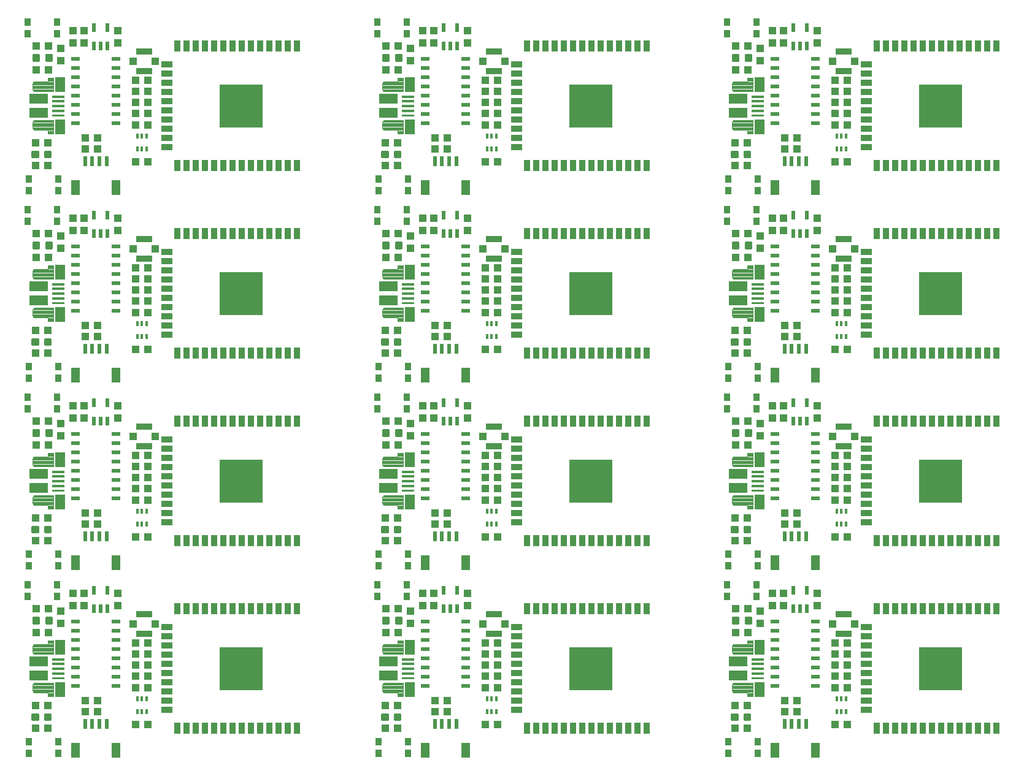
<source format=gtp>
G75*
%MOIN*%
%OFA0B0*%
%FSLAX25Y25*%
%IPPOS*%
%LPD*%
%AMOC8*
5,1,8,0,0,1.08239X$1,22.5*
%
%ADD10R,0.04331X0.03937*%
%ADD11R,0.01181X0.02598*%
%ADD12R,0.03937X0.04331*%
%ADD13R,0.03543X0.05906*%
%ADD14R,0.05906X0.03543*%
%ADD15R,0.23622X0.23622*%
%ADD16R,0.05748X0.07874*%
%ADD17R,0.09843X0.05610*%
%ADD18C,0.00400*%
%ADD19C,0.00197*%
%ADD20R,0.02165X0.04724*%
%ADD21R,0.04724X0.07874*%
%ADD22R,0.02362X0.05315*%
%ADD23R,0.03543X0.03937*%
%ADD24C,0.01181*%
%ADD25R,0.08661X0.03346*%
%ADD26R,0.04134X0.03937*%
%ADD27R,0.04724X0.02362*%
D10*
X0043904Y0046000D03*
X0050596Y0046000D03*
X0050596Y0058500D03*
X0043904Y0058500D03*
X0070904Y0061000D03*
X0077596Y0061000D03*
X0077596Y0055000D03*
X0070904Y0055000D03*
X0098404Y0048000D03*
X0105096Y0048000D03*
X0105096Y0068000D03*
X0098404Y0068000D03*
X0098404Y0074500D03*
X0098404Y0080500D03*
X0098404Y0086500D03*
X0098404Y0092500D03*
X0105096Y0092500D03*
X0105096Y0086500D03*
X0105096Y0080500D03*
X0105096Y0074500D03*
X0051096Y0098000D03*
X0044404Y0098000D03*
X0044404Y0111000D03*
X0051096Y0111000D03*
X0050596Y0148000D03*
X0043904Y0148000D03*
X0043904Y0160500D03*
X0050596Y0160500D03*
X0070904Y0163000D03*
X0077596Y0163000D03*
X0077596Y0157000D03*
X0070904Y0157000D03*
X0098404Y0150000D03*
X0105096Y0150000D03*
X0105096Y0170000D03*
X0098404Y0170000D03*
X0098404Y0176500D03*
X0098404Y0182500D03*
X0098404Y0188500D03*
X0105096Y0188500D03*
X0105096Y0182500D03*
X0105096Y0176500D03*
X0105096Y0194500D03*
X0098404Y0194500D03*
X0051096Y0200000D03*
X0044404Y0200000D03*
X0044404Y0213000D03*
X0051096Y0213000D03*
X0050596Y0250000D03*
X0043904Y0250000D03*
X0043904Y0262500D03*
X0050596Y0262500D03*
X0070904Y0265000D03*
X0077596Y0265000D03*
X0077596Y0259000D03*
X0070904Y0259000D03*
X0098404Y0252000D03*
X0105096Y0252000D03*
X0105096Y0272000D03*
X0098404Y0272000D03*
X0098404Y0278500D03*
X0098404Y0284500D03*
X0098404Y0290500D03*
X0105096Y0290500D03*
X0105096Y0284500D03*
X0105096Y0278500D03*
X0105096Y0296500D03*
X0098404Y0296500D03*
X0051096Y0302000D03*
X0044404Y0302000D03*
X0044404Y0315000D03*
X0051096Y0315000D03*
X0050596Y0352000D03*
X0043904Y0352000D03*
X0043904Y0364500D03*
X0050596Y0364500D03*
X0070904Y0367000D03*
X0077596Y0367000D03*
X0077596Y0361000D03*
X0070904Y0361000D03*
X0098404Y0354000D03*
X0105096Y0354000D03*
X0105096Y0374000D03*
X0098404Y0374000D03*
X0098404Y0380500D03*
X0098404Y0386500D03*
X0098404Y0392500D03*
X0105096Y0392500D03*
X0105096Y0386500D03*
X0105096Y0380500D03*
X0105096Y0398500D03*
X0098404Y0398500D03*
X0051096Y0404000D03*
X0044404Y0404000D03*
X0044404Y0417000D03*
X0051096Y0417000D03*
X0234404Y0417000D03*
X0241096Y0417000D03*
X0241096Y0404000D03*
X0234404Y0404000D03*
X0288404Y0398500D03*
X0295096Y0398500D03*
X0295096Y0392500D03*
X0295096Y0386500D03*
X0295096Y0380500D03*
X0288404Y0380500D03*
X0288404Y0386500D03*
X0288404Y0392500D03*
X0288404Y0374000D03*
X0295096Y0374000D03*
X0295096Y0354000D03*
X0288404Y0354000D03*
X0267596Y0361000D03*
X0260904Y0361000D03*
X0260904Y0367000D03*
X0267596Y0367000D03*
X0240596Y0364500D03*
X0233904Y0364500D03*
X0233904Y0352000D03*
X0240596Y0352000D03*
X0241096Y0315000D03*
X0234404Y0315000D03*
X0234404Y0302000D03*
X0241096Y0302000D03*
X0288404Y0296500D03*
X0295096Y0296500D03*
X0295096Y0290500D03*
X0295096Y0284500D03*
X0295096Y0278500D03*
X0288404Y0278500D03*
X0288404Y0284500D03*
X0288404Y0290500D03*
X0288404Y0272000D03*
X0295096Y0272000D03*
X0295096Y0252000D03*
X0288404Y0252000D03*
X0267596Y0259000D03*
X0260904Y0259000D03*
X0260904Y0265000D03*
X0267596Y0265000D03*
X0240596Y0262500D03*
X0233904Y0262500D03*
X0233904Y0250000D03*
X0240596Y0250000D03*
X0241096Y0213000D03*
X0234404Y0213000D03*
X0234404Y0200000D03*
X0241096Y0200000D03*
X0288404Y0194500D03*
X0295096Y0194500D03*
X0295096Y0188500D03*
X0295096Y0182500D03*
X0295096Y0176500D03*
X0288404Y0176500D03*
X0288404Y0182500D03*
X0288404Y0188500D03*
X0288404Y0170000D03*
X0295096Y0170000D03*
X0295096Y0150000D03*
X0288404Y0150000D03*
X0267596Y0157000D03*
X0260904Y0157000D03*
X0260904Y0163000D03*
X0267596Y0163000D03*
X0240596Y0160500D03*
X0233904Y0160500D03*
X0233904Y0148000D03*
X0240596Y0148000D03*
X0241096Y0111000D03*
X0234404Y0111000D03*
X0234404Y0098000D03*
X0241096Y0098000D03*
X0288404Y0092500D03*
X0288404Y0086500D03*
X0288404Y0080500D03*
X0288404Y0074500D03*
X0295096Y0074500D03*
X0295096Y0080500D03*
X0295096Y0086500D03*
X0295096Y0092500D03*
X0295096Y0068000D03*
X0288404Y0068000D03*
X0267596Y0061000D03*
X0260904Y0061000D03*
X0260904Y0055000D03*
X0267596Y0055000D03*
X0288404Y0048000D03*
X0295096Y0048000D03*
X0240596Y0046000D03*
X0233904Y0046000D03*
X0233904Y0058500D03*
X0240596Y0058500D03*
X0423904Y0058500D03*
X0430596Y0058500D03*
X0430596Y0046000D03*
X0423904Y0046000D03*
X0450904Y0055000D03*
X0457596Y0055000D03*
X0457596Y0061000D03*
X0450904Y0061000D03*
X0478404Y0068000D03*
X0485096Y0068000D03*
X0485096Y0074500D03*
X0485096Y0080500D03*
X0485096Y0086500D03*
X0485096Y0092500D03*
X0478404Y0092500D03*
X0478404Y0086500D03*
X0478404Y0080500D03*
X0478404Y0074500D03*
X0478404Y0048000D03*
X0485096Y0048000D03*
X0431096Y0098000D03*
X0424404Y0098000D03*
X0424404Y0111000D03*
X0431096Y0111000D03*
X0430596Y0148000D03*
X0423904Y0148000D03*
X0423904Y0160500D03*
X0430596Y0160500D03*
X0450904Y0163000D03*
X0457596Y0163000D03*
X0457596Y0157000D03*
X0450904Y0157000D03*
X0478404Y0150000D03*
X0485096Y0150000D03*
X0485096Y0170000D03*
X0478404Y0170000D03*
X0478404Y0176500D03*
X0478404Y0182500D03*
X0478404Y0188500D03*
X0485096Y0188500D03*
X0485096Y0182500D03*
X0485096Y0176500D03*
X0485096Y0194500D03*
X0478404Y0194500D03*
X0431096Y0200000D03*
X0424404Y0200000D03*
X0424404Y0213000D03*
X0431096Y0213000D03*
X0430596Y0250000D03*
X0423904Y0250000D03*
X0423904Y0262500D03*
X0430596Y0262500D03*
X0450904Y0265000D03*
X0457596Y0265000D03*
X0457596Y0259000D03*
X0450904Y0259000D03*
X0478404Y0252000D03*
X0485096Y0252000D03*
X0485096Y0272000D03*
X0478404Y0272000D03*
X0478404Y0278500D03*
X0478404Y0284500D03*
X0478404Y0290500D03*
X0485096Y0290500D03*
X0485096Y0284500D03*
X0485096Y0278500D03*
X0485096Y0296500D03*
X0478404Y0296500D03*
X0431096Y0302000D03*
X0424404Y0302000D03*
X0424404Y0315000D03*
X0431096Y0315000D03*
X0430596Y0352000D03*
X0423904Y0352000D03*
X0423904Y0364500D03*
X0430596Y0364500D03*
X0450904Y0367000D03*
X0457596Y0367000D03*
X0457596Y0361000D03*
X0450904Y0361000D03*
X0478404Y0354000D03*
X0485096Y0354000D03*
X0485096Y0374000D03*
X0478404Y0374000D03*
X0478404Y0380500D03*
X0478404Y0386500D03*
X0478404Y0392500D03*
X0485096Y0392500D03*
X0485096Y0386500D03*
X0485096Y0380500D03*
X0485096Y0398500D03*
X0478404Y0398500D03*
X0431096Y0404000D03*
X0424404Y0404000D03*
X0424404Y0417000D03*
X0431096Y0417000D03*
D11*
X0479191Y0368122D03*
X0481750Y0368122D03*
X0484309Y0368122D03*
X0484309Y0360878D03*
X0481750Y0360878D03*
X0479191Y0360878D03*
X0479191Y0266122D03*
X0481750Y0266122D03*
X0484309Y0266122D03*
X0484309Y0258878D03*
X0481750Y0258878D03*
X0479191Y0258878D03*
X0479191Y0164122D03*
X0481750Y0164122D03*
X0484309Y0164122D03*
X0484309Y0156878D03*
X0481750Y0156878D03*
X0479191Y0156878D03*
X0479191Y0062122D03*
X0481750Y0062122D03*
X0484309Y0062122D03*
X0484309Y0054878D03*
X0481750Y0054878D03*
X0479191Y0054878D03*
X0294309Y0054878D03*
X0291750Y0054878D03*
X0289191Y0054878D03*
X0289191Y0062122D03*
X0291750Y0062122D03*
X0294309Y0062122D03*
X0294309Y0156878D03*
X0291750Y0156878D03*
X0289191Y0156878D03*
X0289191Y0164122D03*
X0291750Y0164122D03*
X0294309Y0164122D03*
X0294309Y0258878D03*
X0291750Y0258878D03*
X0289191Y0258878D03*
X0289191Y0266122D03*
X0291750Y0266122D03*
X0294309Y0266122D03*
X0294309Y0360878D03*
X0291750Y0360878D03*
X0289191Y0360878D03*
X0289191Y0368122D03*
X0291750Y0368122D03*
X0294309Y0368122D03*
X0104309Y0368122D03*
X0101750Y0368122D03*
X0099191Y0368122D03*
X0099191Y0360878D03*
X0101750Y0360878D03*
X0104309Y0360878D03*
X0104309Y0266122D03*
X0101750Y0266122D03*
X0099191Y0266122D03*
X0099191Y0258878D03*
X0101750Y0258878D03*
X0104309Y0258878D03*
X0104309Y0164122D03*
X0101750Y0164122D03*
X0099191Y0164122D03*
X0099191Y0156878D03*
X0101750Y0156878D03*
X0104309Y0156878D03*
X0104309Y0062122D03*
X0101750Y0062122D03*
X0099191Y0062122D03*
X0099191Y0054878D03*
X0101750Y0054878D03*
X0104309Y0054878D03*
D12*
X0057750Y0103154D03*
X0057750Y0109846D03*
X0064250Y0112754D03*
X0070250Y0112654D03*
X0070250Y0119346D03*
X0064250Y0119446D03*
X0088750Y0119346D03*
X0088750Y0112654D03*
X0057750Y0205154D03*
X0057750Y0211846D03*
X0064250Y0214754D03*
X0070250Y0214654D03*
X0070250Y0221346D03*
X0064250Y0221446D03*
X0088750Y0221346D03*
X0088750Y0214654D03*
X0057750Y0307154D03*
X0057750Y0313846D03*
X0064250Y0316754D03*
X0070250Y0316654D03*
X0070250Y0323346D03*
X0064250Y0323446D03*
X0088750Y0323346D03*
X0088750Y0316654D03*
X0057750Y0409154D03*
X0057750Y0415846D03*
X0064250Y0418754D03*
X0070250Y0418654D03*
X0070250Y0425346D03*
X0064250Y0425446D03*
X0088750Y0425346D03*
X0088750Y0418654D03*
X0247750Y0415846D03*
X0247750Y0409154D03*
X0254250Y0418754D03*
X0260250Y0418654D03*
X0260250Y0425346D03*
X0254250Y0425446D03*
X0278750Y0425346D03*
X0278750Y0418654D03*
X0278750Y0323346D03*
X0278750Y0316654D03*
X0260250Y0316654D03*
X0254250Y0316754D03*
X0254250Y0323446D03*
X0260250Y0323346D03*
X0247750Y0313846D03*
X0247750Y0307154D03*
X0254250Y0221446D03*
X0260250Y0221346D03*
X0260250Y0214654D03*
X0254250Y0214754D03*
X0247750Y0211846D03*
X0247750Y0205154D03*
X0278750Y0214654D03*
X0278750Y0221346D03*
X0278750Y0119346D03*
X0278750Y0112654D03*
X0260250Y0112654D03*
X0254250Y0112754D03*
X0254250Y0119446D03*
X0260250Y0119346D03*
X0247750Y0109846D03*
X0247750Y0103154D03*
X0437750Y0103154D03*
X0437750Y0109846D03*
X0444250Y0112754D03*
X0450250Y0112654D03*
X0450250Y0119346D03*
X0444250Y0119446D03*
X0468750Y0119346D03*
X0468750Y0112654D03*
X0437750Y0205154D03*
X0437750Y0211846D03*
X0444250Y0214754D03*
X0450250Y0214654D03*
X0450250Y0221346D03*
X0444250Y0221446D03*
X0468750Y0221346D03*
X0468750Y0214654D03*
X0437750Y0307154D03*
X0437750Y0313846D03*
X0444250Y0316754D03*
X0450250Y0316654D03*
X0450250Y0323346D03*
X0444250Y0323446D03*
X0468750Y0323346D03*
X0468750Y0316654D03*
X0437750Y0409154D03*
X0437750Y0415846D03*
X0444250Y0418754D03*
X0450250Y0418654D03*
X0450250Y0425346D03*
X0444250Y0425446D03*
X0468750Y0425346D03*
X0468750Y0418654D03*
D13*
X0501065Y0416933D03*
X0506065Y0416933D03*
X0511065Y0416933D03*
X0516065Y0416933D03*
X0521065Y0416933D03*
X0526065Y0416933D03*
X0531065Y0416933D03*
X0536065Y0416933D03*
X0541065Y0416933D03*
X0546065Y0416933D03*
X0551065Y0416933D03*
X0556065Y0416933D03*
X0561065Y0416933D03*
X0566065Y0416933D03*
X0566065Y0352067D03*
X0561065Y0352067D03*
X0556065Y0352067D03*
X0551065Y0352067D03*
X0546065Y0352067D03*
X0541065Y0352067D03*
X0536065Y0352067D03*
X0531065Y0352067D03*
X0526065Y0352067D03*
X0521065Y0352067D03*
X0516065Y0352067D03*
X0511065Y0352067D03*
X0506065Y0352067D03*
X0501065Y0352067D03*
X0501065Y0314933D03*
X0506065Y0314933D03*
X0511065Y0314933D03*
X0516065Y0314933D03*
X0521065Y0314933D03*
X0526065Y0314933D03*
X0531065Y0314933D03*
X0536065Y0314933D03*
X0541065Y0314933D03*
X0546065Y0314933D03*
X0551065Y0314933D03*
X0556065Y0314933D03*
X0561065Y0314933D03*
X0566065Y0314933D03*
X0566065Y0250067D03*
X0561065Y0250067D03*
X0556065Y0250067D03*
X0551065Y0250067D03*
X0546065Y0250067D03*
X0541065Y0250067D03*
X0536065Y0250067D03*
X0531065Y0250067D03*
X0526065Y0250067D03*
X0521065Y0250067D03*
X0516065Y0250067D03*
X0511065Y0250067D03*
X0506065Y0250067D03*
X0501065Y0250067D03*
X0501065Y0212933D03*
X0506065Y0212933D03*
X0511065Y0212933D03*
X0516065Y0212933D03*
X0521065Y0212933D03*
X0526065Y0212933D03*
X0531065Y0212933D03*
X0536065Y0212933D03*
X0541065Y0212933D03*
X0546065Y0212933D03*
X0551065Y0212933D03*
X0556065Y0212933D03*
X0561065Y0212933D03*
X0566065Y0212933D03*
X0566065Y0148067D03*
X0561065Y0148067D03*
X0556065Y0148067D03*
X0551065Y0148067D03*
X0546065Y0148067D03*
X0541065Y0148067D03*
X0536065Y0148067D03*
X0531065Y0148067D03*
X0526065Y0148067D03*
X0521065Y0148067D03*
X0516065Y0148067D03*
X0511065Y0148067D03*
X0506065Y0148067D03*
X0501065Y0148067D03*
X0501065Y0110933D03*
X0506065Y0110933D03*
X0511065Y0110933D03*
X0516065Y0110933D03*
X0521065Y0110933D03*
X0526065Y0110933D03*
X0531065Y0110933D03*
X0536065Y0110933D03*
X0541065Y0110933D03*
X0546065Y0110933D03*
X0551065Y0110933D03*
X0556065Y0110933D03*
X0561065Y0110933D03*
X0566065Y0110933D03*
X0566065Y0046067D03*
X0561065Y0046067D03*
X0556065Y0046067D03*
X0551065Y0046067D03*
X0546065Y0046067D03*
X0541065Y0046067D03*
X0536065Y0046067D03*
X0531065Y0046067D03*
X0526065Y0046067D03*
X0521065Y0046067D03*
X0516065Y0046067D03*
X0511065Y0046067D03*
X0506065Y0046067D03*
X0501065Y0046067D03*
X0376065Y0046067D03*
X0371065Y0046067D03*
X0366065Y0046067D03*
X0361065Y0046067D03*
X0356065Y0046067D03*
X0351065Y0046067D03*
X0346065Y0046067D03*
X0341065Y0046067D03*
X0336065Y0046067D03*
X0331065Y0046067D03*
X0326065Y0046067D03*
X0321065Y0046067D03*
X0316065Y0046067D03*
X0311065Y0046067D03*
X0311065Y0110933D03*
X0316065Y0110933D03*
X0321065Y0110933D03*
X0326065Y0110933D03*
X0331065Y0110933D03*
X0336065Y0110933D03*
X0341065Y0110933D03*
X0346065Y0110933D03*
X0351065Y0110933D03*
X0356065Y0110933D03*
X0361065Y0110933D03*
X0366065Y0110933D03*
X0371065Y0110933D03*
X0376065Y0110933D03*
X0376065Y0148067D03*
X0371065Y0148067D03*
X0366065Y0148067D03*
X0361065Y0148067D03*
X0356065Y0148067D03*
X0351065Y0148067D03*
X0346065Y0148067D03*
X0341065Y0148067D03*
X0336065Y0148067D03*
X0331065Y0148067D03*
X0326065Y0148067D03*
X0321065Y0148067D03*
X0316065Y0148067D03*
X0311065Y0148067D03*
X0311065Y0212933D03*
X0316065Y0212933D03*
X0321065Y0212933D03*
X0326065Y0212933D03*
X0331065Y0212933D03*
X0336065Y0212933D03*
X0341065Y0212933D03*
X0346065Y0212933D03*
X0351065Y0212933D03*
X0356065Y0212933D03*
X0361065Y0212933D03*
X0366065Y0212933D03*
X0371065Y0212933D03*
X0376065Y0212933D03*
X0376065Y0250067D03*
X0371065Y0250067D03*
X0366065Y0250067D03*
X0361065Y0250067D03*
X0356065Y0250067D03*
X0351065Y0250067D03*
X0346065Y0250067D03*
X0341065Y0250067D03*
X0336065Y0250067D03*
X0331065Y0250067D03*
X0326065Y0250067D03*
X0321065Y0250067D03*
X0316065Y0250067D03*
X0311065Y0250067D03*
X0311065Y0314933D03*
X0316065Y0314933D03*
X0321065Y0314933D03*
X0326065Y0314933D03*
X0331065Y0314933D03*
X0336065Y0314933D03*
X0341065Y0314933D03*
X0346065Y0314933D03*
X0351065Y0314933D03*
X0356065Y0314933D03*
X0361065Y0314933D03*
X0366065Y0314933D03*
X0371065Y0314933D03*
X0376065Y0314933D03*
X0376065Y0352067D03*
X0371065Y0352067D03*
X0366065Y0352067D03*
X0361065Y0352067D03*
X0356065Y0352067D03*
X0351065Y0352067D03*
X0346065Y0352067D03*
X0341065Y0352067D03*
X0336065Y0352067D03*
X0331065Y0352067D03*
X0326065Y0352067D03*
X0321065Y0352067D03*
X0316065Y0352067D03*
X0311065Y0352067D03*
X0311065Y0416933D03*
X0316065Y0416933D03*
X0321065Y0416933D03*
X0326065Y0416933D03*
X0331065Y0416933D03*
X0336065Y0416933D03*
X0341065Y0416933D03*
X0346065Y0416933D03*
X0351065Y0416933D03*
X0356065Y0416933D03*
X0361065Y0416933D03*
X0366065Y0416933D03*
X0371065Y0416933D03*
X0376065Y0416933D03*
X0186065Y0416933D03*
X0181065Y0416933D03*
X0176065Y0416933D03*
X0171065Y0416933D03*
X0166065Y0416933D03*
X0161065Y0416933D03*
X0156065Y0416933D03*
X0151065Y0416933D03*
X0146065Y0416933D03*
X0141065Y0416933D03*
X0136065Y0416933D03*
X0131065Y0416933D03*
X0126065Y0416933D03*
X0121065Y0416933D03*
X0121065Y0352067D03*
X0126065Y0352067D03*
X0131065Y0352067D03*
X0136065Y0352067D03*
X0141065Y0352067D03*
X0146065Y0352067D03*
X0151065Y0352067D03*
X0156065Y0352067D03*
X0161065Y0352067D03*
X0166065Y0352067D03*
X0171065Y0352067D03*
X0176065Y0352067D03*
X0181065Y0352067D03*
X0186065Y0352067D03*
X0186065Y0314933D03*
X0181065Y0314933D03*
X0176065Y0314933D03*
X0171065Y0314933D03*
X0166065Y0314933D03*
X0161065Y0314933D03*
X0156065Y0314933D03*
X0151065Y0314933D03*
X0146065Y0314933D03*
X0141065Y0314933D03*
X0136065Y0314933D03*
X0131065Y0314933D03*
X0126065Y0314933D03*
X0121065Y0314933D03*
X0121065Y0250067D03*
X0126065Y0250067D03*
X0131065Y0250067D03*
X0136065Y0250067D03*
X0141065Y0250067D03*
X0146065Y0250067D03*
X0151065Y0250067D03*
X0156065Y0250067D03*
X0161065Y0250067D03*
X0166065Y0250067D03*
X0171065Y0250067D03*
X0176065Y0250067D03*
X0181065Y0250067D03*
X0186065Y0250067D03*
X0186065Y0212933D03*
X0181065Y0212933D03*
X0176065Y0212933D03*
X0171065Y0212933D03*
X0166065Y0212933D03*
X0161065Y0212933D03*
X0156065Y0212933D03*
X0151065Y0212933D03*
X0146065Y0212933D03*
X0141065Y0212933D03*
X0136065Y0212933D03*
X0131065Y0212933D03*
X0126065Y0212933D03*
X0121065Y0212933D03*
X0121065Y0148067D03*
X0126065Y0148067D03*
X0131065Y0148067D03*
X0136065Y0148067D03*
X0141065Y0148067D03*
X0146065Y0148067D03*
X0151065Y0148067D03*
X0156065Y0148067D03*
X0161065Y0148067D03*
X0166065Y0148067D03*
X0171065Y0148067D03*
X0176065Y0148067D03*
X0181065Y0148067D03*
X0186065Y0148067D03*
X0186065Y0110933D03*
X0181065Y0110933D03*
X0176065Y0110933D03*
X0171065Y0110933D03*
X0166065Y0110933D03*
X0161065Y0110933D03*
X0156065Y0110933D03*
X0151065Y0110933D03*
X0146065Y0110933D03*
X0141065Y0110933D03*
X0136065Y0110933D03*
X0131065Y0110933D03*
X0126065Y0110933D03*
X0121065Y0110933D03*
X0121065Y0046067D03*
X0126065Y0046067D03*
X0131065Y0046067D03*
X0136065Y0046067D03*
X0141065Y0046067D03*
X0146065Y0046067D03*
X0151065Y0046067D03*
X0156065Y0046067D03*
X0161065Y0046067D03*
X0166065Y0046067D03*
X0171065Y0046067D03*
X0176065Y0046067D03*
X0181065Y0046067D03*
X0186065Y0046067D03*
D14*
X0115199Y0056000D03*
X0115199Y0061000D03*
X0115199Y0066000D03*
X0115199Y0071000D03*
X0115199Y0076000D03*
X0115199Y0081000D03*
X0115199Y0086000D03*
X0115199Y0091000D03*
X0115199Y0096000D03*
X0115199Y0101000D03*
X0115199Y0158000D03*
X0115199Y0163000D03*
X0115199Y0168000D03*
X0115199Y0173000D03*
X0115199Y0178000D03*
X0115199Y0183000D03*
X0115199Y0188000D03*
X0115199Y0193000D03*
X0115199Y0198000D03*
X0115199Y0203000D03*
X0115199Y0260000D03*
X0115199Y0265000D03*
X0115199Y0270000D03*
X0115199Y0275000D03*
X0115199Y0280000D03*
X0115199Y0285000D03*
X0115199Y0290000D03*
X0115199Y0295000D03*
X0115199Y0300000D03*
X0115199Y0305000D03*
X0115199Y0362000D03*
X0115199Y0367000D03*
X0115199Y0372000D03*
X0115199Y0377000D03*
X0115199Y0382000D03*
X0115199Y0387000D03*
X0115199Y0392000D03*
X0115199Y0397000D03*
X0115199Y0402000D03*
X0115199Y0407000D03*
X0305199Y0407000D03*
X0305199Y0402000D03*
X0305199Y0397000D03*
X0305199Y0392000D03*
X0305199Y0387000D03*
X0305199Y0382000D03*
X0305199Y0377000D03*
X0305199Y0372000D03*
X0305199Y0367000D03*
X0305199Y0362000D03*
X0305199Y0305000D03*
X0305199Y0300000D03*
X0305199Y0295000D03*
X0305199Y0290000D03*
X0305199Y0285000D03*
X0305199Y0280000D03*
X0305199Y0275000D03*
X0305199Y0270000D03*
X0305199Y0265000D03*
X0305199Y0260000D03*
X0305199Y0203000D03*
X0305199Y0198000D03*
X0305199Y0193000D03*
X0305199Y0188000D03*
X0305199Y0183000D03*
X0305199Y0178000D03*
X0305199Y0173000D03*
X0305199Y0168000D03*
X0305199Y0163000D03*
X0305199Y0158000D03*
X0305199Y0101000D03*
X0305199Y0096000D03*
X0305199Y0091000D03*
X0305199Y0086000D03*
X0305199Y0081000D03*
X0305199Y0076000D03*
X0305199Y0071000D03*
X0305199Y0066000D03*
X0305199Y0061000D03*
X0305199Y0056000D03*
X0495199Y0056000D03*
X0495199Y0061000D03*
X0495199Y0066000D03*
X0495199Y0071000D03*
X0495199Y0076000D03*
X0495199Y0081000D03*
X0495199Y0086000D03*
X0495199Y0091000D03*
X0495199Y0096000D03*
X0495199Y0101000D03*
X0495199Y0158000D03*
X0495199Y0163000D03*
X0495199Y0168000D03*
X0495199Y0173000D03*
X0495199Y0178000D03*
X0495199Y0183000D03*
X0495199Y0188000D03*
X0495199Y0193000D03*
X0495199Y0198000D03*
X0495199Y0203000D03*
X0495199Y0260000D03*
X0495199Y0265000D03*
X0495199Y0270000D03*
X0495199Y0275000D03*
X0495199Y0280000D03*
X0495199Y0285000D03*
X0495199Y0290000D03*
X0495199Y0295000D03*
X0495199Y0300000D03*
X0495199Y0305000D03*
X0495199Y0362000D03*
X0495199Y0367000D03*
X0495199Y0372000D03*
X0495199Y0377000D03*
X0495199Y0382000D03*
X0495199Y0387000D03*
X0495199Y0392000D03*
X0495199Y0397000D03*
X0495199Y0402000D03*
X0495199Y0407000D03*
D15*
X0535750Y0384500D03*
X0535750Y0282500D03*
X0535750Y0180500D03*
X0535750Y0078500D03*
X0345750Y0078500D03*
X0345750Y0180500D03*
X0345750Y0282500D03*
X0345750Y0384500D03*
X0155750Y0384500D03*
X0155750Y0282500D03*
X0155750Y0180500D03*
X0155750Y0078500D03*
D16*
X0247333Y0067083D03*
X0247333Y0089917D03*
X0247333Y0169083D03*
X0247333Y0191917D03*
X0247333Y0271083D03*
X0247333Y0293917D03*
X0247333Y0373083D03*
X0247333Y0395917D03*
X0057333Y0395917D03*
X0057333Y0373083D03*
X0057333Y0293917D03*
X0057333Y0271083D03*
X0057333Y0191917D03*
X0057333Y0169083D03*
X0057333Y0089917D03*
X0057333Y0067083D03*
X0437333Y0067083D03*
X0437333Y0089917D03*
X0437333Y0169083D03*
X0437333Y0191917D03*
X0437333Y0271083D03*
X0437333Y0293917D03*
X0437333Y0373083D03*
X0437333Y0395917D03*
D17*
X0425719Y0388289D03*
X0425719Y0380711D03*
X0425719Y0286289D03*
X0425719Y0278711D03*
X0425719Y0184289D03*
X0425719Y0176711D03*
X0425719Y0082289D03*
X0425719Y0074711D03*
X0235719Y0074711D03*
X0235719Y0082289D03*
X0235719Y0176711D03*
X0235719Y0184289D03*
X0235719Y0278711D03*
X0235719Y0286289D03*
X0235719Y0380711D03*
X0235719Y0388289D03*
X0045719Y0388289D03*
X0045719Y0380711D03*
X0045719Y0286289D03*
X0045719Y0278711D03*
X0045719Y0184289D03*
X0045719Y0176711D03*
X0045719Y0082289D03*
X0045719Y0074711D03*
D18*
X0043690Y0070694D02*
X0043401Y0070661D01*
X0043126Y0070565D01*
X0042880Y0070410D01*
X0042674Y0070204D01*
X0042519Y0069958D01*
X0042423Y0069683D01*
X0042390Y0069394D01*
X0042390Y0066494D01*
X0042420Y0066227D01*
X0042509Y0065973D01*
X0042652Y0065746D01*
X0042842Y0065555D01*
X0043070Y0065413D01*
X0043323Y0065324D01*
X0043590Y0065294D01*
X0050490Y0065294D01*
X0050528Y0065286D01*
X0050561Y0065264D01*
X0050583Y0065232D01*
X0050590Y0065194D01*
X0050590Y0063294D01*
X0053690Y0063294D01*
X0053690Y0070694D01*
X0043690Y0070694D01*
X0042813Y0070344D02*
X0053690Y0070344D01*
X0053690Y0069945D02*
X0042515Y0069945D01*
X0042407Y0069547D02*
X0053690Y0069547D01*
X0053690Y0069148D02*
X0042390Y0069148D01*
X0042390Y0068750D02*
X0053690Y0068750D01*
X0053690Y0068351D02*
X0042390Y0068351D01*
X0042390Y0067953D02*
X0053690Y0067953D01*
X0053690Y0067554D02*
X0042390Y0067554D01*
X0042390Y0067156D02*
X0053690Y0067156D01*
X0053690Y0066757D02*
X0042390Y0066757D01*
X0042405Y0066359D02*
X0053690Y0066359D01*
X0053690Y0065960D02*
X0042517Y0065960D01*
X0042836Y0065562D02*
X0053690Y0065562D01*
X0053690Y0065163D02*
X0050590Y0065163D01*
X0050590Y0064765D02*
X0053690Y0064765D01*
X0053690Y0064366D02*
X0050590Y0064366D01*
X0050590Y0063968D02*
X0053690Y0063968D01*
X0053690Y0063569D02*
X0050590Y0063569D01*
X0053690Y0086357D02*
X0043690Y0086357D01*
X0043401Y0086389D01*
X0043126Y0086486D01*
X0042880Y0086640D01*
X0042674Y0086846D01*
X0042519Y0087093D01*
X0042423Y0087368D01*
X0042390Y0087657D01*
X0042390Y0090557D01*
X0042420Y0090824D01*
X0042509Y0091077D01*
X0042652Y0091305D01*
X0042842Y0091495D01*
X0043070Y0091638D01*
X0043323Y0091727D01*
X0043590Y0091757D01*
X0050490Y0091757D01*
X0050528Y0091764D01*
X0050561Y0091786D01*
X0050583Y0091819D01*
X0050590Y0091857D01*
X0050590Y0093757D01*
X0053690Y0093757D01*
X0053690Y0086357D01*
X0053690Y0086683D02*
X0042837Y0086683D01*
X0042526Y0087081D02*
X0053690Y0087081D01*
X0053690Y0087480D02*
X0042410Y0087480D01*
X0042390Y0087878D02*
X0053690Y0087878D01*
X0053690Y0088277D02*
X0042390Y0088277D01*
X0042390Y0088675D02*
X0053690Y0088675D01*
X0053690Y0089074D02*
X0042390Y0089074D01*
X0042390Y0089472D02*
X0053690Y0089472D01*
X0053690Y0089871D02*
X0042390Y0089871D01*
X0042390Y0090269D02*
X0053690Y0090269D01*
X0053690Y0090668D02*
X0042403Y0090668D01*
X0042505Y0091066D02*
X0053690Y0091066D01*
X0053690Y0091465D02*
X0042812Y0091465D01*
X0050590Y0091863D02*
X0053690Y0091863D01*
X0053690Y0092262D02*
X0050590Y0092262D01*
X0050590Y0092660D02*
X0053690Y0092660D01*
X0053690Y0093059D02*
X0050590Y0093059D01*
X0050590Y0093457D02*
X0053690Y0093457D01*
X0053690Y0165294D02*
X0053690Y0172694D01*
X0043690Y0172694D01*
X0043401Y0172661D01*
X0043126Y0172565D01*
X0042880Y0172410D01*
X0042674Y0172204D01*
X0042519Y0171958D01*
X0042423Y0171683D01*
X0042390Y0171394D01*
X0042390Y0168494D01*
X0042420Y0168227D01*
X0042509Y0167973D01*
X0042652Y0167746D01*
X0042842Y0167555D01*
X0043070Y0167413D01*
X0043323Y0167324D01*
X0043590Y0167294D01*
X0050490Y0167294D01*
X0050528Y0167286D01*
X0050561Y0167264D01*
X0050583Y0167232D01*
X0050590Y0167194D01*
X0050590Y0165294D01*
X0053690Y0165294D01*
X0053690Y0165588D02*
X0050590Y0165588D01*
X0050590Y0165986D02*
X0053690Y0165986D01*
X0053690Y0166385D02*
X0050590Y0166385D01*
X0050590Y0166783D02*
X0053690Y0166783D01*
X0053690Y0167182D02*
X0050590Y0167182D01*
X0053690Y0167580D02*
X0042817Y0167580D01*
X0042507Y0167979D02*
X0053690Y0167979D01*
X0053690Y0168377D02*
X0042403Y0168377D01*
X0042390Y0168776D02*
X0053690Y0168776D01*
X0053690Y0169174D02*
X0042390Y0169174D01*
X0042390Y0169573D02*
X0053690Y0169573D01*
X0053690Y0169972D02*
X0042390Y0169972D01*
X0042390Y0170370D02*
X0053690Y0170370D01*
X0053690Y0170769D02*
X0042390Y0170769D01*
X0042390Y0171167D02*
X0053690Y0171167D01*
X0053690Y0171566D02*
X0042410Y0171566D01*
X0042523Y0171964D02*
X0053690Y0171964D01*
X0053690Y0172363D02*
X0042832Y0172363D01*
X0043690Y0188357D02*
X0043401Y0188389D01*
X0043126Y0188486D01*
X0042880Y0188640D01*
X0042674Y0188846D01*
X0042519Y0189093D01*
X0042423Y0189368D01*
X0042390Y0189657D01*
X0042390Y0192557D01*
X0042420Y0192824D01*
X0042509Y0193077D01*
X0042652Y0193305D01*
X0042842Y0193495D01*
X0043070Y0193638D01*
X0043323Y0193727D01*
X0043590Y0193757D01*
X0050490Y0193757D01*
X0050528Y0193764D01*
X0050561Y0193786D01*
X0050583Y0193819D01*
X0050590Y0193857D01*
X0050590Y0195757D01*
X0053690Y0195757D01*
X0053690Y0188357D01*
X0043690Y0188357D01*
X0042819Y0188702D02*
X0053690Y0188702D01*
X0053690Y0189100D02*
X0042516Y0189100D01*
X0042408Y0189499D02*
X0053690Y0189499D01*
X0053690Y0189897D02*
X0042390Y0189897D01*
X0042390Y0190296D02*
X0053690Y0190296D01*
X0053690Y0190694D02*
X0042390Y0190694D01*
X0042390Y0191093D02*
X0053690Y0191093D01*
X0053690Y0191491D02*
X0042390Y0191491D01*
X0042390Y0191890D02*
X0053690Y0191890D01*
X0053690Y0192288D02*
X0042390Y0192288D01*
X0042405Y0192687D02*
X0053690Y0192687D01*
X0053690Y0193085D02*
X0042514Y0193085D01*
X0042831Y0193484D02*
X0053690Y0193484D01*
X0053690Y0193882D02*
X0050590Y0193882D01*
X0050590Y0194281D02*
X0053690Y0194281D01*
X0053690Y0194679D02*
X0050590Y0194679D01*
X0050590Y0195078D02*
X0053690Y0195078D01*
X0053690Y0195476D02*
X0050590Y0195476D01*
X0050590Y0267294D02*
X0053690Y0267294D01*
X0053690Y0274694D01*
X0043690Y0274694D01*
X0043401Y0274661D01*
X0043126Y0274565D01*
X0042880Y0274410D01*
X0042674Y0274204D01*
X0042519Y0273958D01*
X0042423Y0273683D01*
X0042390Y0273394D01*
X0042390Y0270494D01*
X0042420Y0270227D01*
X0042509Y0269973D01*
X0042652Y0269746D01*
X0042842Y0269555D01*
X0043070Y0269413D01*
X0043323Y0269324D01*
X0043590Y0269294D01*
X0050490Y0269294D01*
X0050528Y0269286D01*
X0050561Y0269264D01*
X0050583Y0269232D01*
X0050590Y0269194D01*
X0050590Y0267294D01*
X0050590Y0267607D02*
X0053690Y0267607D01*
X0053690Y0268005D02*
X0050590Y0268005D01*
X0050590Y0268404D02*
X0053690Y0268404D01*
X0053690Y0268802D02*
X0050590Y0268802D01*
X0050589Y0269201D02*
X0053690Y0269201D01*
X0053690Y0269599D02*
X0042798Y0269599D01*
X0042500Y0269998D02*
X0053690Y0269998D01*
X0053690Y0270396D02*
X0042401Y0270396D01*
X0042390Y0270795D02*
X0053690Y0270795D01*
X0053690Y0271193D02*
X0042390Y0271193D01*
X0042390Y0271592D02*
X0053690Y0271592D01*
X0053690Y0271990D02*
X0042390Y0271990D01*
X0042390Y0272389D02*
X0053690Y0272389D01*
X0053690Y0272787D02*
X0042390Y0272787D01*
X0042390Y0273186D02*
X0053690Y0273186D01*
X0053690Y0273584D02*
X0042412Y0273584D01*
X0042535Y0273983D02*
X0053690Y0273983D01*
X0053690Y0274381D02*
X0042851Y0274381D01*
X0043690Y0290357D02*
X0043401Y0290389D01*
X0043126Y0290486D01*
X0042880Y0290640D01*
X0042674Y0290846D01*
X0042519Y0291093D01*
X0042423Y0291368D01*
X0042390Y0291657D01*
X0042390Y0294557D01*
X0042420Y0294824D01*
X0042509Y0295077D01*
X0042652Y0295305D01*
X0042842Y0295495D01*
X0043070Y0295638D01*
X0043323Y0295727D01*
X0043590Y0295757D01*
X0050490Y0295757D01*
X0050528Y0295764D01*
X0050561Y0295786D01*
X0050583Y0295819D01*
X0050590Y0295857D01*
X0050590Y0297757D01*
X0053690Y0297757D01*
X0053690Y0290357D01*
X0043690Y0290357D01*
X0042800Y0290720D02*
X0053690Y0290720D01*
X0053690Y0291119D02*
X0042510Y0291119D01*
X0042406Y0291517D02*
X0053690Y0291517D01*
X0053690Y0291916D02*
X0042390Y0291916D01*
X0042390Y0292314D02*
X0053690Y0292314D01*
X0053690Y0292713D02*
X0042390Y0292713D01*
X0042390Y0293112D02*
X0053690Y0293112D01*
X0053690Y0293510D02*
X0042390Y0293510D01*
X0042390Y0293909D02*
X0053690Y0293909D01*
X0053690Y0294307D02*
X0042390Y0294307D01*
X0042407Y0294706D02*
X0053690Y0294706D01*
X0053690Y0295104D02*
X0042526Y0295104D01*
X0042854Y0295503D02*
X0053690Y0295503D01*
X0053690Y0295901D02*
X0050590Y0295901D01*
X0050590Y0296300D02*
X0053690Y0296300D01*
X0053690Y0296698D02*
X0050590Y0296698D01*
X0050590Y0297097D02*
X0053690Y0297097D01*
X0053690Y0297495D02*
X0050590Y0297495D01*
X0050590Y0369294D02*
X0053690Y0369294D01*
X0053690Y0376694D01*
X0043690Y0376694D01*
X0043401Y0376661D01*
X0043126Y0376565D01*
X0042880Y0376410D01*
X0042674Y0376204D01*
X0042519Y0375958D01*
X0042423Y0375683D01*
X0042390Y0375394D01*
X0042390Y0372494D01*
X0042420Y0372227D01*
X0042509Y0371973D01*
X0042652Y0371746D01*
X0042842Y0371555D01*
X0043070Y0371413D01*
X0043323Y0371324D01*
X0043590Y0371294D01*
X0050490Y0371294D01*
X0050528Y0371286D01*
X0050561Y0371264D01*
X0050583Y0371232D01*
X0050590Y0371194D01*
X0050590Y0369294D01*
X0050590Y0369626D02*
X0053690Y0369626D01*
X0053690Y0370024D02*
X0050590Y0370024D01*
X0050590Y0370423D02*
X0053690Y0370423D01*
X0053690Y0370821D02*
X0050590Y0370821D01*
X0050585Y0371220D02*
X0053690Y0371220D01*
X0053690Y0371618D02*
X0042779Y0371618D01*
X0042494Y0372017D02*
X0053690Y0372017D01*
X0053690Y0372415D02*
X0042399Y0372415D01*
X0042390Y0372814D02*
X0053690Y0372814D01*
X0053690Y0373212D02*
X0042390Y0373212D01*
X0042390Y0373611D02*
X0053690Y0373611D01*
X0053690Y0374009D02*
X0042390Y0374009D01*
X0042390Y0374408D02*
X0053690Y0374408D01*
X0053690Y0374806D02*
X0042390Y0374806D01*
X0042390Y0375205D02*
X0053690Y0375205D01*
X0053690Y0375603D02*
X0042414Y0375603D01*
X0042547Y0376002D02*
X0053690Y0376002D01*
X0053690Y0376400D02*
X0042870Y0376400D01*
X0043690Y0392357D02*
X0043401Y0392389D01*
X0043126Y0392486D01*
X0042880Y0392640D01*
X0042674Y0392846D01*
X0042519Y0393093D01*
X0042423Y0393368D01*
X0042390Y0393657D01*
X0042390Y0396557D01*
X0042420Y0396824D01*
X0042509Y0397077D01*
X0042652Y0397305D01*
X0042842Y0397495D01*
X0043070Y0397638D01*
X0043323Y0397727D01*
X0043590Y0397757D01*
X0050490Y0397757D01*
X0050528Y0397764D01*
X0050561Y0397786D01*
X0050583Y0397819D01*
X0050590Y0397857D01*
X0050590Y0399757D01*
X0053690Y0399757D01*
X0053690Y0392357D01*
X0043690Y0392357D01*
X0042781Y0392739D02*
X0053690Y0392739D01*
X0053690Y0393138D02*
X0042503Y0393138D01*
X0042404Y0393536D02*
X0053690Y0393536D01*
X0053690Y0393935D02*
X0042390Y0393935D01*
X0042390Y0394333D02*
X0053690Y0394333D01*
X0053690Y0394732D02*
X0042390Y0394732D01*
X0042390Y0395130D02*
X0053690Y0395130D01*
X0053690Y0395529D02*
X0042390Y0395529D01*
X0042390Y0395927D02*
X0053690Y0395927D01*
X0053690Y0396326D02*
X0042390Y0396326D01*
X0042409Y0396724D02*
X0053690Y0396724D01*
X0053690Y0397123D02*
X0042538Y0397123D01*
X0042884Y0397521D02*
X0053690Y0397521D01*
X0053690Y0397920D02*
X0050590Y0397920D01*
X0050590Y0398319D02*
X0053690Y0398319D01*
X0053690Y0398717D02*
X0050590Y0398717D01*
X0050590Y0399116D02*
X0053690Y0399116D01*
X0053690Y0399514D02*
X0050590Y0399514D01*
X0232390Y0396557D02*
X0232420Y0396824D01*
X0232509Y0397077D01*
X0232652Y0397305D01*
X0232842Y0397495D01*
X0233070Y0397638D01*
X0233323Y0397727D01*
X0233590Y0397757D01*
X0240490Y0397757D01*
X0240528Y0397764D01*
X0240561Y0397786D01*
X0240583Y0397819D01*
X0240590Y0397857D01*
X0240590Y0399757D01*
X0243690Y0399757D01*
X0243690Y0392357D01*
X0233690Y0392357D01*
X0233401Y0392389D01*
X0233126Y0392486D01*
X0232880Y0392640D01*
X0232674Y0392846D01*
X0232519Y0393093D01*
X0232423Y0393368D01*
X0232390Y0393657D01*
X0232390Y0396557D01*
X0232409Y0396724D02*
X0243690Y0396724D01*
X0243690Y0396326D02*
X0232390Y0396326D01*
X0232390Y0395927D02*
X0243690Y0395927D01*
X0243690Y0395529D02*
X0232390Y0395529D01*
X0232390Y0395130D02*
X0243690Y0395130D01*
X0243690Y0394732D02*
X0232390Y0394732D01*
X0232390Y0394333D02*
X0243690Y0394333D01*
X0243690Y0393935D02*
X0232390Y0393935D01*
X0232404Y0393536D02*
X0243690Y0393536D01*
X0243690Y0393138D02*
X0232503Y0393138D01*
X0232781Y0392739D02*
X0243690Y0392739D01*
X0243690Y0397123D02*
X0232538Y0397123D01*
X0232884Y0397521D02*
X0243690Y0397521D01*
X0243690Y0397920D02*
X0240590Y0397920D01*
X0240590Y0398319D02*
X0243690Y0398319D01*
X0243690Y0398717D02*
X0240590Y0398717D01*
X0240590Y0399116D02*
X0243690Y0399116D01*
X0243690Y0399514D02*
X0240590Y0399514D01*
X0243690Y0376694D02*
X0233690Y0376694D01*
X0233401Y0376661D01*
X0233126Y0376565D01*
X0232880Y0376410D01*
X0232674Y0376204D01*
X0232519Y0375958D01*
X0232423Y0375683D01*
X0232390Y0375394D01*
X0232390Y0372494D01*
X0232420Y0372227D01*
X0232509Y0371973D01*
X0232652Y0371746D01*
X0232842Y0371555D01*
X0233070Y0371413D01*
X0233323Y0371324D01*
X0233590Y0371294D01*
X0240490Y0371294D01*
X0240528Y0371286D01*
X0240561Y0371264D01*
X0240583Y0371232D01*
X0240590Y0371194D01*
X0240590Y0369294D01*
X0243690Y0369294D01*
X0243690Y0376694D01*
X0243690Y0376400D02*
X0232870Y0376400D01*
X0232547Y0376002D02*
X0243690Y0376002D01*
X0243690Y0375603D02*
X0232414Y0375603D01*
X0232390Y0375205D02*
X0243690Y0375205D01*
X0243690Y0374806D02*
X0232390Y0374806D01*
X0232390Y0374408D02*
X0243690Y0374408D01*
X0243690Y0374009D02*
X0232390Y0374009D01*
X0232390Y0373611D02*
X0243690Y0373611D01*
X0243690Y0373212D02*
X0232390Y0373212D01*
X0232390Y0372814D02*
X0243690Y0372814D01*
X0243690Y0372415D02*
X0232399Y0372415D01*
X0232494Y0372017D02*
X0243690Y0372017D01*
X0243690Y0371618D02*
X0232779Y0371618D01*
X0240585Y0371220D02*
X0243690Y0371220D01*
X0243690Y0370821D02*
X0240590Y0370821D01*
X0240590Y0370423D02*
X0243690Y0370423D01*
X0243690Y0370024D02*
X0240590Y0370024D01*
X0240590Y0369626D02*
X0243690Y0369626D01*
X0243690Y0297757D02*
X0240590Y0297757D01*
X0240590Y0295857D01*
X0240583Y0295819D01*
X0240561Y0295786D01*
X0240528Y0295764D01*
X0240490Y0295757D01*
X0233590Y0295757D01*
X0233323Y0295727D01*
X0233070Y0295638D01*
X0232842Y0295495D01*
X0232652Y0295305D01*
X0232509Y0295077D01*
X0232420Y0294824D01*
X0232390Y0294557D01*
X0232390Y0291657D01*
X0232423Y0291368D01*
X0232519Y0291093D01*
X0232674Y0290846D01*
X0232880Y0290640D01*
X0233126Y0290486D01*
X0233401Y0290389D01*
X0233690Y0290357D01*
X0243690Y0290357D01*
X0243690Y0297757D01*
X0243690Y0297495D02*
X0240590Y0297495D01*
X0240590Y0297097D02*
X0243690Y0297097D01*
X0243690Y0296698D02*
X0240590Y0296698D01*
X0240590Y0296300D02*
X0243690Y0296300D01*
X0243690Y0295901D02*
X0240590Y0295901D01*
X0243690Y0295503D02*
X0232854Y0295503D01*
X0232526Y0295104D02*
X0243690Y0295104D01*
X0243690Y0294706D02*
X0232407Y0294706D01*
X0232390Y0294307D02*
X0243690Y0294307D01*
X0243690Y0293909D02*
X0232390Y0293909D01*
X0232390Y0293510D02*
X0243690Y0293510D01*
X0243690Y0293112D02*
X0232390Y0293112D01*
X0232390Y0292713D02*
X0243690Y0292713D01*
X0243690Y0292314D02*
X0232390Y0292314D01*
X0232390Y0291916D02*
X0243690Y0291916D01*
X0243690Y0291517D02*
X0232406Y0291517D01*
X0232510Y0291119D02*
X0243690Y0291119D01*
X0243690Y0290720D02*
X0232800Y0290720D01*
X0233690Y0274694D02*
X0233401Y0274661D01*
X0233126Y0274565D01*
X0232880Y0274410D01*
X0232674Y0274204D01*
X0232519Y0273958D01*
X0232423Y0273683D01*
X0232390Y0273394D01*
X0232390Y0270494D01*
X0232420Y0270227D01*
X0232509Y0269973D01*
X0232652Y0269746D01*
X0232842Y0269555D01*
X0233070Y0269413D01*
X0233323Y0269324D01*
X0233590Y0269294D01*
X0240490Y0269294D01*
X0240528Y0269286D01*
X0240561Y0269264D01*
X0240583Y0269232D01*
X0240590Y0269194D01*
X0240590Y0267294D01*
X0243690Y0267294D01*
X0243690Y0274694D01*
X0233690Y0274694D01*
X0232851Y0274381D02*
X0243690Y0274381D01*
X0243690Y0273983D02*
X0232535Y0273983D01*
X0232412Y0273584D02*
X0243690Y0273584D01*
X0243690Y0273186D02*
X0232390Y0273186D01*
X0232390Y0272787D02*
X0243690Y0272787D01*
X0243690Y0272389D02*
X0232390Y0272389D01*
X0232390Y0271990D02*
X0243690Y0271990D01*
X0243690Y0271592D02*
X0232390Y0271592D01*
X0232390Y0271193D02*
X0243690Y0271193D01*
X0243690Y0270795D02*
X0232390Y0270795D01*
X0232401Y0270396D02*
X0243690Y0270396D01*
X0243690Y0269998D02*
X0232500Y0269998D01*
X0232798Y0269599D02*
X0243690Y0269599D01*
X0243690Y0269201D02*
X0240589Y0269201D01*
X0240590Y0268802D02*
X0243690Y0268802D01*
X0243690Y0268404D02*
X0240590Y0268404D01*
X0240590Y0268005D02*
X0243690Y0268005D01*
X0243690Y0267607D02*
X0240590Y0267607D01*
X0240590Y0195757D02*
X0243690Y0195757D01*
X0243690Y0188357D01*
X0233690Y0188357D01*
X0233401Y0188389D01*
X0233126Y0188486D01*
X0232880Y0188640D01*
X0232674Y0188846D01*
X0232519Y0189093D01*
X0232423Y0189368D01*
X0232390Y0189657D01*
X0232390Y0192557D01*
X0232420Y0192824D01*
X0232509Y0193077D01*
X0232652Y0193305D01*
X0232842Y0193495D01*
X0233070Y0193638D01*
X0233323Y0193727D01*
X0233590Y0193757D01*
X0240490Y0193757D01*
X0240528Y0193764D01*
X0240561Y0193786D01*
X0240583Y0193819D01*
X0240590Y0193857D01*
X0240590Y0195757D01*
X0240590Y0195476D02*
X0243690Y0195476D01*
X0243690Y0195078D02*
X0240590Y0195078D01*
X0240590Y0194679D02*
X0243690Y0194679D01*
X0243690Y0194281D02*
X0240590Y0194281D01*
X0240590Y0193882D02*
X0243690Y0193882D01*
X0243690Y0193484D02*
X0232831Y0193484D01*
X0232514Y0193085D02*
X0243690Y0193085D01*
X0243690Y0192687D02*
X0232405Y0192687D01*
X0232390Y0192288D02*
X0243690Y0192288D01*
X0243690Y0191890D02*
X0232390Y0191890D01*
X0232390Y0191491D02*
X0243690Y0191491D01*
X0243690Y0191093D02*
X0232390Y0191093D01*
X0232390Y0190694D02*
X0243690Y0190694D01*
X0243690Y0190296D02*
X0232390Y0190296D01*
X0232390Y0189897D02*
X0243690Y0189897D01*
X0243690Y0189499D02*
X0232408Y0189499D01*
X0232516Y0189100D02*
X0243690Y0189100D01*
X0243690Y0188702D02*
X0232819Y0188702D01*
X0233690Y0172694D02*
X0233401Y0172661D01*
X0233126Y0172565D01*
X0232880Y0172410D01*
X0232674Y0172204D01*
X0232519Y0171958D01*
X0232423Y0171683D01*
X0232390Y0171394D01*
X0232390Y0168494D01*
X0232420Y0168227D01*
X0232509Y0167973D01*
X0232652Y0167746D01*
X0232842Y0167555D01*
X0233070Y0167413D01*
X0233323Y0167324D01*
X0233590Y0167294D01*
X0240490Y0167294D01*
X0240528Y0167286D01*
X0240561Y0167264D01*
X0240583Y0167232D01*
X0240590Y0167194D01*
X0240590Y0165294D01*
X0243690Y0165294D01*
X0243690Y0172694D01*
X0233690Y0172694D01*
X0232832Y0172363D02*
X0243690Y0172363D01*
X0243690Y0171964D02*
X0232523Y0171964D01*
X0232410Y0171566D02*
X0243690Y0171566D01*
X0243690Y0171167D02*
X0232390Y0171167D01*
X0232390Y0170769D02*
X0243690Y0170769D01*
X0243690Y0170370D02*
X0232390Y0170370D01*
X0232390Y0169972D02*
X0243690Y0169972D01*
X0243690Y0169573D02*
X0232390Y0169573D01*
X0232390Y0169174D02*
X0243690Y0169174D01*
X0243690Y0168776D02*
X0232390Y0168776D01*
X0232403Y0168377D02*
X0243690Y0168377D01*
X0243690Y0167979D02*
X0232507Y0167979D01*
X0232817Y0167580D02*
X0243690Y0167580D01*
X0243690Y0167182D02*
X0240590Y0167182D01*
X0240590Y0166783D02*
X0243690Y0166783D01*
X0243690Y0166385D02*
X0240590Y0166385D01*
X0240590Y0165986D02*
X0243690Y0165986D01*
X0243690Y0165588D02*
X0240590Y0165588D01*
X0240590Y0093757D02*
X0243690Y0093757D01*
X0243690Y0086357D01*
X0233690Y0086357D01*
X0233401Y0086389D01*
X0233126Y0086486D01*
X0232880Y0086640D01*
X0232674Y0086846D01*
X0232519Y0087093D01*
X0232423Y0087368D01*
X0232390Y0087657D01*
X0232390Y0090557D01*
X0232420Y0090824D01*
X0232509Y0091077D01*
X0232652Y0091305D01*
X0232842Y0091495D01*
X0233070Y0091638D01*
X0233323Y0091727D01*
X0233590Y0091757D01*
X0240490Y0091757D01*
X0240528Y0091764D01*
X0240561Y0091786D01*
X0240583Y0091819D01*
X0240590Y0091857D01*
X0240590Y0093757D01*
X0240590Y0093457D02*
X0243690Y0093457D01*
X0243690Y0093059D02*
X0240590Y0093059D01*
X0240590Y0092660D02*
X0243690Y0092660D01*
X0243690Y0092262D02*
X0240590Y0092262D01*
X0240590Y0091863D02*
X0243690Y0091863D01*
X0243690Y0091465D02*
X0232812Y0091465D01*
X0232505Y0091066D02*
X0243690Y0091066D01*
X0243690Y0090668D02*
X0232403Y0090668D01*
X0232390Y0090269D02*
X0243690Y0090269D01*
X0243690Y0089871D02*
X0232390Y0089871D01*
X0232390Y0089472D02*
X0243690Y0089472D01*
X0243690Y0089074D02*
X0232390Y0089074D01*
X0232390Y0088675D02*
X0243690Y0088675D01*
X0243690Y0088277D02*
X0232390Y0088277D01*
X0232390Y0087878D02*
X0243690Y0087878D01*
X0243690Y0087480D02*
X0232410Y0087480D01*
X0232526Y0087081D02*
X0243690Y0087081D01*
X0243690Y0086683D02*
X0232837Y0086683D01*
X0233690Y0070694D02*
X0233401Y0070661D01*
X0233126Y0070565D01*
X0232880Y0070410D01*
X0232674Y0070204D01*
X0232519Y0069958D01*
X0232423Y0069683D01*
X0232390Y0069394D01*
X0232390Y0066494D01*
X0232420Y0066227D01*
X0232509Y0065973D01*
X0232652Y0065746D01*
X0232842Y0065555D01*
X0233070Y0065413D01*
X0233323Y0065324D01*
X0233590Y0065294D01*
X0240490Y0065294D01*
X0240528Y0065286D01*
X0240561Y0065264D01*
X0240583Y0065232D01*
X0240590Y0065194D01*
X0240590Y0063294D01*
X0243690Y0063294D01*
X0243690Y0070694D01*
X0233690Y0070694D01*
X0232813Y0070344D02*
X0243690Y0070344D01*
X0243690Y0069945D02*
X0232515Y0069945D01*
X0232407Y0069547D02*
X0243690Y0069547D01*
X0243690Y0069148D02*
X0232390Y0069148D01*
X0232390Y0068750D02*
X0243690Y0068750D01*
X0243690Y0068351D02*
X0232390Y0068351D01*
X0232390Y0067953D02*
X0243690Y0067953D01*
X0243690Y0067554D02*
X0232390Y0067554D01*
X0232390Y0067156D02*
X0243690Y0067156D01*
X0243690Y0066757D02*
X0232390Y0066757D01*
X0232405Y0066359D02*
X0243690Y0066359D01*
X0243690Y0065960D02*
X0232517Y0065960D01*
X0232836Y0065562D02*
X0243690Y0065562D01*
X0243690Y0065163D02*
X0240590Y0065163D01*
X0240590Y0064765D02*
X0243690Y0064765D01*
X0243690Y0064366D02*
X0240590Y0064366D01*
X0240590Y0063968D02*
X0243690Y0063968D01*
X0243690Y0063569D02*
X0240590Y0063569D01*
X0422390Y0066494D02*
X0422420Y0066227D01*
X0422509Y0065973D01*
X0422652Y0065746D01*
X0422842Y0065555D01*
X0423070Y0065413D01*
X0423323Y0065324D01*
X0423590Y0065294D01*
X0430490Y0065294D01*
X0430528Y0065286D01*
X0430561Y0065264D01*
X0430583Y0065232D01*
X0430590Y0065194D01*
X0430590Y0063294D01*
X0433690Y0063294D01*
X0433690Y0070694D01*
X0423690Y0070694D01*
X0423401Y0070661D01*
X0423126Y0070565D01*
X0422880Y0070410D01*
X0422674Y0070204D01*
X0422519Y0069958D01*
X0422423Y0069683D01*
X0422390Y0069394D01*
X0422390Y0066494D01*
X0422405Y0066359D02*
X0433690Y0066359D01*
X0433690Y0066757D02*
X0422390Y0066757D01*
X0422390Y0067156D02*
X0433690Y0067156D01*
X0433690Y0067554D02*
X0422390Y0067554D01*
X0422390Y0067953D02*
X0433690Y0067953D01*
X0433690Y0068351D02*
X0422390Y0068351D01*
X0422390Y0068750D02*
X0433690Y0068750D01*
X0433690Y0069148D02*
X0422390Y0069148D01*
X0422407Y0069547D02*
X0433690Y0069547D01*
X0433690Y0069945D02*
X0422515Y0069945D01*
X0422813Y0070344D02*
X0433690Y0070344D01*
X0433690Y0065960D02*
X0422517Y0065960D01*
X0422836Y0065562D02*
X0433690Y0065562D01*
X0433690Y0065163D02*
X0430590Y0065163D01*
X0430590Y0064765D02*
X0433690Y0064765D01*
X0433690Y0064366D02*
X0430590Y0064366D01*
X0430590Y0063968D02*
X0433690Y0063968D01*
X0433690Y0063569D02*
X0430590Y0063569D01*
X0433690Y0086357D02*
X0423690Y0086357D01*
X0423401Y0086389D01*
X0423126Y0086486D01*
X0422880Y0086640D01*
X0422674Y0086846D01*
X0422519Y0087093D01*
X0422423Y0087368D01*
X0422390Y0087657D01*
X0422390Y0090557D01*
X0422420Y0090824D01*
X0422509Y0091077D01*
X0422652Y0091305D01*
X0422842Y0091495D01*
X0423070Y0091638D01*
X0423323Y0091727D01*
X0423590Y0091757D01*
X0430490Y0091757D01*
X0430528Y0091764D01*
X0430561Y0091786D01*
X0430583Y0091819D01*
X0430590Y0091857D01*
X0430590Y0093757D01*
X0433690Y0093757D01*
X0433690Y0086357D01*
X0433690Y0086683D02*
X0422837Y0086683D01*
X0422526Y0087081D02*
X0433690Y0087081D01*
X0433690Y0087480D02*
X0422410Y0087480D01*
X0422390Y0087878D02*
X0433690Y0087878D01*
X0433690Y0088277D02*
X0422390Y0088277D01*
X0422390Y0088675D02*
X0433690Y0088675D01*
X0433690Y0089074D02*
X0422390Y0089074D01*
X0422390Y0089472D02*
X0433690Y0089472D01*
X0433690Y0089871D02*
X0422390Y0089871D01*
X0422390Y0090269D02*
X0433690Y0090269D01*
X0433690Y0090668D02*
X0422403Y0090668D01*
X0422505Y0091066D02*
X0433690Y0091066D01*
X0433690Y0091465D02*
X0422812Y0091465D01*
X0430590Y0091863D02*
X0433690Y0091863D01*
X0433690Y0092262D02*
X0430590Y0092262D01*
X0430590Y0092660D02*
X0433690Y0092660D01*
X0433690Y0093059D02*
X0430590Y0093059D01*
X0430590Y0093457D02*
X0433690Y0093457D01*
X0433690Y0165294D02*
X0430590Y0165294D01*
X0430590Y0167194D01*
X0430583Y0167232D01*
X0430561Y0167264D01*
X0430528Y0167286D01*
X0430490Y0167294D01*
X0423590Y0167294D01*
X0423323Y0167324D01*
X0423070Y0167413D01*
X0422842Y0167555D01*
X0422652Y0167746D01*
X0422509Y0167973D01*
X0422420Y0168227D01*
X0422390Y0168494D01*
X0422390Y0171394D01*
X0422423Y0171683D01*
X0422519Y0171958D01*
X0422674Y0172204D01*
X0422880Y0172410D01*
X0423126Y0172565D01*
X0423401Y0172661D01*
X0423690Y0172694D01*
X0433690Y0172694D01*
X0433690Y0165294D01*
X0433690Y0165588D02*
X0430590Y0165588D01*
X0430590Y0165986D02*
X0433690Y0165986D01*
X0433690Y0166385D02*
X0430590Y0166385D01*
X0430590Y0166783D02*
X0433690Y0166783D01*
X0433690Y0167182D02*
X0430590Y0167182D01*
X0433690Y0167580D02*
X0422817Y0167580D01*
X0422507Y0167979D02*
X0433690Y0167979D01*
X0433690Y0168377D02*
X0422403Y0168377D01*
X0422390Y0168776D02*
X0433690Y0168776D01*
X0433690Y0169174D02*
X0422390Y0169174D01*
X0422390Y0169573D02*
X0433690Y0169573D01*
X0433690Y0169972D02*
X0422390Y0169972D01*
X0422390Y0170370D02*
X0433690Y0170370D01*
X0433690Y0170769D02*
X0422390Y0170769D01*
X0422390Y0171167D02*
X0433690Y0171167D01*
X0433690Y0171566D02*
X0422410Y0171566D01*
X0422523Y0171964D02*
X0433690Y0171964D01*
X0433690Y0172363D02*
X0422832Y0172363D01*
X0423690Y0188357D02*
X0423401Y0188389D01*
X0423126Y0188486D01*
X0422880Y0188640D01*
X0422674Y0188846D01*
X0422519Y0189093D01*
X0422423Y0189368D01*
X0422390Y0189657D01*
X0422390Y0192557D01*
X0422420Y0192824D01*
X0422509Y0193077D01*
X0422652Y0193305D01*
X0422842Y0193495D01*
X0423070Y0193638D01*
X0423323Y0193727D01*
X0423590Y0193757D01*
X0430490Y0193757D01*
X0430528Y0193764D01*
X0430561Y0193786D01*
X0430583Y0193819D01*
X0430590Y0193857D01*
X0430590Y0195757D01*
X0433690Y0195757D01*
X0433690Y0188357D01*
X0423690Y0188357D01*
X0422819Y0188702D02*
X0433690Y0188702D01*
X0433690Y0189100D02*
X0422516Y0189100D01*
X0422408Y0189499D02*
X0433690Y0189499D01*
X0433690Y0189897D02*
X0422390Y0189897D01*
X0422390Y0190296D02*
X0433690Y0190296D01*
X0433690Y0190694D02*
X0422390Y0190694D01*
X0422390Y0191093D02*
X0433690Y0191093D01*
X0433690Y0191491D02*
X0422390Y0191491D01*
X0422390Y0191890D02*
X0433690Y0191890D01*
X0433690Y0192288D02*
X0422390Y0192288D01*
X0422405Y0192687D02*
X0433690Y0192687D01*
X0433690Y0193085D02*
X0422514Y0193085D01*
X0422831Y0193484D02*
X0433690Y0193484D01*
X0433690Y0193882D02*
X0430590Y0193882D01*
X0430590Y0194281D02*
X0433690Y0194281D01*
X0433690Y0194679D02*
X0430590Y0194679D01*
X0430590Y0195078D02*
X0433690Y0195078D01*
X0433690Y0195476D02*
X0430590Y0195476D01*
X0430590Y0267294D02*
X0433690Y0267294D01*
X0433690Y0274694D01*
X0423690Y0274694D01*
X0423401Y0274661D01*
X0423126Y0274565D01*
X0422880Y0274410D01*
X0422674Y0274204D01*
X0422519Y0273958D01*
X0422423Y0273683D01*
X0422390Y0273394D01*
X0422390Y0270494D01*
X0422420Y0270227D01*
X0422509Y0269973D01*
X0422652Y0269746D01*
X0422842Y0269555D01*
X0423070Y0269413D01*
X0423323Y0269324D01*
X0423590Y0269294D01*
X0430490Y0269294D01*
X0430528Y0269286D01*
X0430561Y0269264D01*
X0430583Y0269232D01*
X0430590Y0269194D01*
X0430590Y0267294D01*
X0430590Y0267607D02*
X0433690Y0267607D01*
X0433690Y0268005D02*
X0430590Y0268005D01*
X0430590Y0268404D02*
X0433690Y0268404D01*
X0433690Y0268802D02*
X0430590Y0268802D01*
X0430589Y0269201D02*
X0433690Y0269201D01*
X0433690Y0269599D02*
X0422798Y0269599D01*
X0422500Y0269998D02*
X0433690Y0269998D01*
X0433690Y0270396D02*
X0422401Y0270396D01*
X0422390Y0270795D02*
X0433690Y0270795D01*
X0433690Y0271193D02*
X0422390Y0271193D01*
X0422390Y0271592D02*
X0433690Y0271592D01*
X0433690Y0271990D02*
X0422390Y0271990D01*
X0422390Y0272389D02*
X0433690Y0272389D01*
X0433690Y0272787D02*
X0422390Y0272787D01*
X0422390Y0273186D02*
X0433690Y0273186D01*
X0433690Y0273584D02*
X0422412Y0273584D01*
X0422535Y0273983D02*
X0433690Y0273983D01*
X0433690Y0274381D02*
X0422851Y0274381D01*
X0423690Y0290357D02*
X0423401Y0290389D01*
X0423126Y0290486D01*
X0422880Y0290640D01*
X0422674Y0290846D01*
X0422519Y0291093D01*
X0422423Y0291368D01*
X0422390Y0291657D01*
X0422390Y0294557D01*
X0422420Y0294824D01*
X0422509Y0295077D01*
X0422652Y0295305D01*
X0422842Y0295495D01*
X0423070Y0295638D01*
X0423323Y0295727D01*
X0423590Y0295757D01*
X0430490Y0295757D01*
X0430528Y0295764D01*
X0430561Y0295786D01*
X0430583Y0295819D01*
X0430590Y0295857D01*
X0430590Y0297757D01*
X0433690Y0297757D01*
X0433690Y0290357D01*
X0423690Y0290357D01*
X0422800Y0290720D02*
X0433690Y0290720D01*
X0433690Y0291119D02*
X0422510Y0291119D01*
X0422406Y0291517D02*
X0433690Y0291517D01*
X0433690Y0291916D02*
X0422390Y0291916D01*
X0422390Y0292314D02*
X0433690Y0292314D01*
X0433690Y0292713D02*
X0422390Y0292713D01*
X0422390Y0293112D02*
X0433690Y0293112D01*
X0433690Y0293510D02*
X0422390Y0293510D01*
X0422390Y0293909D02*
X0433690Y0293909D01*
X0433690Y0294307D02*
X0422390Y0294307D01*
X0422407Y0294706D02*
X0433690Y0294706D01*
X0433690Y0295104D02*
X0422526Y0295104D01*
X0422854Y0295503D02*
X0433690Y0295503D01*
X0433690Y0295901D02*
X0430590Y0295901D01*
X0430590Y0296300D02*
X0433690Y0296300D01*
X0433690Y0296698D02*
X0430590Y0296698D01*
X0430590Y0297097D02*
X0433690Y0297097D01*
X0433690Y0297495D02*
X0430590Y0297495D01*
X0430590Y0369294D02*
X0433690Y0369294D01*
X0433690Y0376694D01*
X0423690Y0376694D01*
X0423401Y0376661D01*
X0423126Y0376565D01*
X0422880Y0376410D01*
X0422674Y0376204D01*
X0422519Y0375958D01*
X0422423Y0375683D01*
X0422390Y0375394D01*
X0422390Y0372494D01*
X0422420Y0372227D01*
X0422509Y0371973D01*
X0422652Y0371746D01*
X0422842Y0371555D01*
X0423070Y0371413D01*
X0423323Y0371324D01*
X0423590Y0371294D01*
X0430490Y0371294D01*
X0430528Y0371286D01*
X0430561Y0371264D01*
X0430583Y0371232D01*
X0430590Y0371194D01*
X0430590Y0369294D01*
X0430590Y0369626D02*
X0433690Y0369626D01*
X0433690Y0370024D02*
X0430590Y0370024D01*
X0430590Y0370423D02*
X0433690Y0370423D01*
X0433690Y0370821D02*
X0430590Y0370821D01*
X0430585Y0371220D02*
X0433690Y0371220D01*
X0433690Y0371618D02*
X0422779Y0371618D01*
X0422494Y0372017D02*
X0433690Y0372017D01*
X0433690Y0372415D02*
X0422399Y0372415D01*
X0422390Y0372814D02*
X0433690Y0372814D01*
X0433690Y0373212D02*
X0422390Y0373212D01*
X0422390Y0373611D02*
X0433690Y0373611D01*
X0433690Y0374009D02*
X0422390Y0374009D01*
X0422390Y0374408D02*
X0433690Y0374408D01*
X0433690Y0374806D02*
X0422390Y0374806D01*
X0422390Y0375205D02*
X0433690Y0375205D01*
X0433690Y0375603D02*
X0422414Y0375603D01*
X0422547Y0376002D02*
X0433690Y0376002D01*
X0433690Y0376400D02*
X0422870Y0376400D01*
X0423690Y0392357D02*
X0423401Y0392389D01*
X0423126Y0392486D01*
X0422880Y0392640D01*
X0422674Y0392846D01*
X0422519Y0393093D01*
X0422423Y0393368D01*
X0422390Y0393657D01*
X0422390Y0396557D01*
X0422420Y0396824D01*
X0422509Y0397077D01*
X0422652Y0397305D01*
X0422842Y0397495D01*
X0423070Y0397638D01*
X0423323Y0397727D01*
X0423590Y0397757D01*
X0430490Y0397757D01*
X0430528Y0397764D01*
X0430561Y0397786D01*
X0430583Y0397819D01*
X0430590Y0397857D01*
X0430590Y0399757D01*
X0433690Y0399757D01*
X0433690Y0392357D01*
X0423690Y0392357D01*
X0422781Y0392739D02*
X0433690Y0392739D01*
X0433690Y0393138D02*
X0422503Y0393138D01*
X0422404Y0393536D02*
X0433690Y0393536D01*
X0433690Y0393935D02*
X0422390Y0393935D01*
X0422390Y0394333D02*
X0433690Y0394333D01*
X0433690Y0394732D02*
X0422390Y0394732D01*
X0422390Y0395130D02*
X0433690Y0395130D01*
X0433690Y0395529D02*
X0422390Y0395529D01*
X0422390Y0395927D02*
X0433690Y0395927D01*
X0433690Y0396326D02*
X0422390Y0396326D01*
X0422409Y0396724D02*
X0433690Y0396724D01*
X0433690Y0397123D02*
X0422538Y0397123D01*
X0422884Y0397521D02*
X0433690Y0397521D01*
X0433690Y0397920D02*
X0430590Y0397920D01*
X0430590Y0398319D02*
X0433690Y0398319D01*
X0433690Y0398717D02*
X0430590Y0398717D01*
X0430590Y0399116D02*
X0433690Y0399116D01*
X0433690Y0399514D02*
X0430590Y0399514D01*
D19*
X0433077Y0390110D02*
X0439475Y0390110D01*
X0439475Y0389126D01*
X0433077Y0389126D01*
X0433077Y0390110D01*
X0433077Y0389919D02*
X0439475Y0389919D01*
X0439475Y0389724D02*
X0433077Y0389724D01*
X0433077Y0389528D02*
X0439475Y0389528D01*
X0439475Y0389333D02*
X0433077Y0389333D01*
X0433077Y0389138D02*
X0439475Y0389138D01*
X0439475Y0387551D02*
X0433077Y0387551D01*
X0433077Y0386567D01*
X0439475Y0386567D01*
X0439475Y0387551D01*
X0439475Y0387379D02*
X0433077Y0387379D01*
X0433077Y0387184D02*
X0439475Y0387184D01*
X0439475Y0386989D02*
X0433077Y0386989D01*
X0433077Y0386793D02*
X0439475Y0386793D01*
X0439475Y0386598D02*
X0433077Y0386598D01*
X0433077Y0384992D02*
X0439475Y0384992D01*
X0439475Y0384008D01*
X0433077Y0384008D01*
X0433077Y0384992D01*
X0433077Y0384840D02*
X0439475Y0384840D01*
X0439475Y0384644D02*
X0433077Y0384644D01*
X0433077Y0384449D02*
X0439475Y0384449D01*
X0439475Y0384254D02*
X0433077Y0384254D01*
X0433077Y0384058D02*
X0439475Y0384058D01*
X0439475Y0382433D02*
X0433077Y0382433D01*
X0433077Y0381449D01*
X0439475Y0381449D01*
X0439475Y0382433D01*
X0439475Y0382300D02*
X0433077Y0382300D01*
X0433077Y0382105D02*
X0439475Y0382105D01*
X0439475Y0381909D02*
X0433077Y0381909D01*
X0433077Y0381714D02*
X0439475Y0381714D01*
X0439475Y0381519D02*
X0433077Y0381519D01*
X0433077Y0379874D02*
X0439475Y0379874D01*
X0439475Y0378890D01*
X0433077Y0378890D01*
X0433077Y0379874D01*
X0433077Y0379760D02*
X0439475Y0379760D01*
X0439475Y0379565D02*
X0433077Y0379565D01*
X0433077Y0379370D02*
X0439475Y0379370D01*
X0439475Y0379174D02*
X0433077Y0379174D01*
X0433077Y0378979D02*
X0439475Y0378979D01*
X0439475Y0288110D02*
X0433077Y0288110D01*
X0433077Y0287126D01*
X0439475Y0287126D01*
X0439475Y0288110D01*
X0439475Y0287940D02*
X0433077Y0287940D01*
X0433077Y0287745D02*
X0439475Y0287745D01*
X0439475Y0287550D02*
X0433077Y0287550D01*
X0433077Y0287354D02*
X0439475Y0287354D01*
X0439475Y0287159D02*
X0433077Y0287159D01*
X0433077Y0285551D02*
X0439475Y0285551D01*
X0439475Y0284567D01*
X0433077Y0284567D01*
X0433077Y0285551D01*
X0433077Y0285401D02*
X0439475Y0285401D01*
X0439475Y0285205D02*
X0433077Y0285205D01*
X0433077Y0285010D02*
X0439475Y0285010D01*
X0439475Y0284815D02*
X0433077Y0284815D01*
X0433077Y0284619D02*
X0439475Y0284619D01*
X0439475Y0282992D02*
X0433077Y0282992D01*
X0433077Y0282008D01*
X0439475Y0282008D01*
X0439475Y0282992D01*
X0439475Y0282861D02*
X0433077Y0282861D01*
X0433077Y0282666D02*
X0439475Y0282666D01*
X0439475Y0282470D02*
X0433077Y0282470D01*
X0433077Y0282275D02*
X0439475Y0282275D01*
X0439475Y0282080D02*
X0433077Y0282080D01*
X0433077Y0280433D02*
X0439475Y0280433D01*
X0439475Y0279449D01*
X0433077Y0279449D01*
X0433077Y0280433D01*
X0433077Y0280321D02*
X0439475Y0280321D01*
X0439475Y0280126D02*
X0433077Y0280126D01*
X0433077Y0279931D02*
X0439475Y0279931D01*
X0439475Y0279735D02*
X0433077Y0279735D01*
X0433077Y0279540D02*
X0439475Y0279540D01*
X0439475Y0277874D02*
X0433077Y0277874D01*
X0433077Y0276890D01*
X0439475Y0276890D01*
X0439475Y0277874D01*
X0439475Y0277782D02*
X0433077Y0277782D01*
X0433077Y0277586D02*
X0439475Y0277586D01*
X0439475Y0277391D02*
X0433077Y0277391D01*
X0433077Y0277195D02*
X0439475Y0277195D01*
X0439475Y0277000D02*
X0433077Y0277000D01*
X0433077Y0186110D02*
X0439475Y0186110D01*
X0439475Y0185126D01*
X0433077Y0185126D01*
X0433077Y0186110D01*
X0433077Y0185962D02*
X0439475Y0185962D01*
X0439475Y0185766D02*
X0433077Y0185766D01*
X0433077Y0185571D02*
X0439475Y0185571D01*
X0439475Y0185375D02*
X0433077Y0185375D01*
X0433077Y0185180D02*
X0439475Y0185180D01*
X0439475Y0183551D02*
X0433077Y0183551D01*
X0433077Y0182567D01*
X0439475Y0182567D01*
X0439475Y0183551D01*
X0439475Y0183422D02*
X0433077Y0183422D01*
X0433077Y0183226D02*
X0439475Y0183226D01*
X0439475Y0183031D02*
X0433077Y0183031D01*
X0433077Y0182836D02*
X0439475Y0182836D01*
X0439475Y0182640D02*
X0433077Y0182640D01*
X0433077Y0180992D02*
X0439475Y0180992D01*
X0439475Y0180008D01*
X0433077Y0180008D01*
X0433077Y0180992D01*
X0433077Y0180882D02*
X0439475Y0180882D01*
X0439475Y0180687D02*
X0433077Y0180687D01*
X0433077Y0180491D02*
X0439475Y0180491D01*
X0439475Y0180296D02*
X0433077Y0180296D01*
X0433077Y0180101D02*
X0439475Y0180101D01*
X0439475Y0178433D02*
X0433077Y0178433D01*
X0433077Y0177449D01*
X0439475Y0177449D01*
X0439475Y0178433D01*
X0439475Y0178342D02*
X0433077Y0178342D01*
X0433077Y0178147D02*
X0439475Y0178147D01*
X0439475Y0177952D02*
X0433077Y0177952D01*
X0433077Y0177756D02*
X0439475Y0177756D01*
X0439475Y0177561D02*
X0433077Y0177561D01*
X0433077Y0175874D02*
X0439475Y0175874D01*
X0439475Y0174890D01*
X0433077Y0174890D01*
X0433077Y0175874D01*
X0433077Y0175803D02*
X0439475Y0175803D01*
X0439475Y0175607D02*
X0433077Y0175607D01*
X0433077Y0175412D02*
X0439475Y0175412D01*
X0439475Y0175217D02*
X0433077Y0175217D01*
X0433077Y0175021D02*
X0439475Y0175021D01*
X0439475Y0084110D02*
X0433077Y0084110D01*
X0433077Y0083126D01*
X0439475Y0083126D01*
X0439475Y0084110D01*
X0439475Y0083983D02*
X0433077Y0083983D01*
X0433077Y0083787D02*
X0439475Y0083787D01*
X0439475Y0083592D02*
X0433077Y0083592D01*
X0433077Y0083397D02*
X0439475Y0083397D01*
X0439475Y0083201D02*
X0433077Y0083201D01*
X0433077Y0081551D02*
X0439475Y0081551D01*
X0439475Y0080567D01*
X0433077Y0080567D01*
X0433077Y0081551D01*
X0433077Y0081443D02*
X0439475Y0081443D01*
X0439475Y0081248D02*
X0433077Y0081248D01*
X0433077Y0081052D02*
X0439475Y0081052D01*
X0439475Y0080857D02*
X0433077Y0080857D01*
X0433077Y0080662D02*
X0439475Y0080662D01*
X0439475Y0078992D02*
X0433077Y0078992D01*
X0433077Y0078008D01*
X0439475Y0078008D01*
X0439475Y0078992D01*
X0439475Y0078903D02*
X0433077Y0078903D01*
X0433077Y0078708D02*
X0439475Y0078708D01*
X0439475Y0078513D02*
X0433077Y0078513D01*
X0433077Y0078317D02*
X0439475Y0078317D01*
X0439475Y0078122D02*
X0433077Y0078122D01*
X0433077Y0076433D02*
X0439475Y0076433D01*
X0439475Y0075449D01*
X0433077Y0075449D01*
X0433077Y0076433D01*
X0433077Y0076364D02*
X0439475Y0076364D01*
X0439475Y0076168D02*
X0433077Y0076168D01*
X0433077Y0075973D02*
X0439475Y0075973D01*
X0439475Y0075778D02*
X0433077Y0075778D01*
X0433077Y0075582D02*
X0439475Y0075582D01*
X0439475Y0073874D02*
X0433077Y0073874D01*
X0433077Y0072890D01*
X0439475Y0072890D01*
X0439475Y0073874D01*
X0439475Y0073824D02*
X0433077Y0073824D01*
X0433077Y0073629D02*
X0439475Y0073629D01*
X0439475Y0073433D02*
X0433077Y0073433D01*
X0433077Y0073238D02*
X0439475Y0073238D01*
X0439475Y0073042D02*
X0433077Y0073042D01*
X0249475Y0073042D02*
X0243077Y0073042D01*
X0243077Y0072890D02*
X0243077Y0073874D01*
X0249475Y0073874D01*
X0249475Y0072890D01*
X0243077Y0072890D01*
X0243077Y0073238D02*
X0249475Y0073238D01*
X0249475Y0073433D02*
X0243077Y0073433D01*
X0243077Y0073629D02*
X0249475Y0073629D01*
X0249475Y0073824D02*
X0243077Y0073824D01*
X0243077Y0075449D02*
X0243077Y0076433D01*
X0249475Y0076433D01*
X0249475Y0075449D01*
X0243077Y0075449D01*
X0243077Y0075582D02*
X0249475Y0075582D01*
X0249475Y0075778D02*
X0243077Y0075778D01*
X0243077Y0075973D02*
X0249475Y0075973D01*
X0249475Y0076168D02*
X0243077Y0076168D01*
X0243077Y0076364D02*
X0249475Y0076364D01*
X0249475Y0078008D02*
X0243077Y0078008D01*
X0243077Y0078992D01*
X0249475Y0078992D01*
X0249475Y0078008D01*
X0249475Y0078122D02*
X0243077Y0078122D01*
X0243077Y0078317D02*
X0249475Y0078317D01*
X0249475Y0078513D02*
X0243077Y0078513D01*
X0243077Y0078708D02*
X0249475Y0078708D01*
X0249475Y0078903D02*
X0243077Y0078903D01*
X0243077Y0080567D02*
X0243077Y0081551D01*
X0249475Y0081551D01*
X0249475Y0080567D01*
X0243077Y0080567D01*
X0243077Y0080662D02*
X0249475Y0080662D01*
X0249475Y0080857D02*
X0243077Y0080857D01*
X0243077Y0081052D02*
X0249475Y0081052D01*
X0249475Y0081248D02*
X0243077Y0081248D01*
X0243077Y0081443D02*
X0249475Y0081443D01*
X0249475Y0083126D02*
X0243077Y0083126D01*
X0243077Y0084110D01*
X0249475Y0084110D01*
X0249475Y0083126D01*
X0249475Y0083201D02*
X0243077Y0083201D01*
X0243077Y0083397D02*
X0249475Y0083397D01*
X0249475Y0083592D02*
X0243077Y0083592D01*
X0243077Y0083787D02*
X0249475Y0083787D01*
X0249475Y0083983D02*
X0243077Y0083983D01*
X0243077Y0174890D02*
X0243077Y0175874D01*
X0249475Y0175874D01*
X0249475Y0174890D01*
X0243077Y0174890D01*
X0243077Y0175021D02*
X0249475Y0175021D01*
X0249475Y0175217D02*
X0243077Y0175217D01*
X0243077Y0175412D02*
X0249475Y0175412D01*
X0249475Y0175607D02*
X0243077Y0175607D01*
X0243077Y0175803D02*
X0249475Y0175803D01*
X0249475Y0177449D02*
X0243077Y0177449D01*
X0243077Y0178433D01*
X0249475Y0178433D01*
X0249475Y0177449D01*
X0249475Y0177561D02*
X0243077Y0177561D01*
X0243077Y0177756D02*
X0249475Y0177756D01*
X0249475Y0177952D02*
X0243077Y0177952D01*
X0243077Y0178147D02*
X0249475Y0178147D01*
X0249475Y0178342D02*
X0243077Y0178342D01*
X0243077Y0180008D02*
X0243077Y0180992D01*
X0249475Y0180992D01*
X0249475Y0180008D01*
X0243077Y0180008D01*
X0243077Y0180101D02*
X0249475Y0180101D01*
X0249475Y0180296D02*
X0243077Y0180296D01*
X0243077Y0180491D02*
X0249475Y0180491D01*
X0249475Y0180687D02*
X0243077Y0180687D01*
X0243077Y0180882D02*
X0249475Y0180882D01*
X0249475Y0182567D02*
X0243077Y0182567D01*
X0243077Y0183551D01*
X0249475Y0183551D01*
X0249475Y0182567D01*
X0249475Y0182640D02*
X0243077Y0182640D01*
X0243077Y0182836D02*
X0249475Y0182836D01*
X0249475Y0183031D02*
X0243077Y0183031D01*
X0243077Y0183226D02*
X0249475Y0183226D01*
X0249475Y0183422D02*
X0243077Y0183422D01*
X0243077Y0185126D02*
X0243077Y0186110D01*
X0249475Y0186110D01*
X0249475Y0185126D01*
X0243077Y0185126D01*
X0243077Y0185180D02*
X0249475Y0185180D01*
X0249475Y0185375D02*
X0243077Y0185375D01*
X0243077Y0185571D02*
X0249475Y0185571D01*
X0249475Y0185766D02*
X0243077Y0185766D01*
X0243077Y0185962D02*
X0249475Y0185962D01*
X0249475Y0276890D02*
X0243077Y0276890D01*
X0243077Y0277874D01*
X0249475Y0277874D01*
X0249475Y0276890D01*
X0249475Y0277000D02*
X0243077Y0277000D01*
X0243077Y0277195D02*
X0249475Y0277195D01*
X0249475Y0277391D02*
X0243077Y0277391D01*
X0243077Y0277586D02*
X0249475Y0277586D01*
X0249475Y0277782D02*
X0243077Y0277782D01*
X0243077Y0279449D02*
X0243077Y0280433D01*
X0249475Y0280433D01*
X0249475Y0279449D01*
X0243077Y0279449D01*
X0243077Y0279540D02*
X0249475Y0279540D01*
X0249475Y0279735D02*
X0243077Y0279735D01*
X0243077Y0279931D02*
X0249475Y0279931D01*
X0249475Y0280126D02*
X0243077Y0280126D01*
X0243077Y0280321D02*
X0249475Y0280321D01*
X0249475Y0282008D02*
X0243077Y0282008D01*
X0243077Y0282992D01*
X0249475Y0282992D01*
X0249475Y0282008D01*
X0249475Y0282080D02*
X0243077Y0282080D01*
X0243077Y0282275D02*
X0249475Y0282275D01*
X0249475Y0282470D02*
X0243077Y0282470D01*
X0243077Y0282666D02*
X0249475Y0282666D01*
X0249475Y0282861D02*
X0243077Y0282861D01*
X0243077Y0284567D02*
X0243077Y0285551D01*
X0249475Y0285551D01*
X0249475Y0284567D01*
X0243077Y0284567D01*
X0243077Y0284619D02*
X0249475Y0284619D01*
X0249475Y0284815D02*
X0243077Y0284815D01*
X0243077Y0285010D02*
X0249475Y0285010D01*
X0249475Y0285205D02*
X0243077Y0285205D01*
X0243077Y0285401D02*
X0249475Y0285401D01*
X0249475Y0287126D02*
X0243077Y0287126D01*
X0243077Y0288110D01*
X0249475Y0288110D01*
X0249475Y0287126D01*
X0249475Y0287159D02*
X0243077Y0287159D01*
X0243077Y0287354D02*
X0249475Y0287354D01*
X0249475Y0287550D02*
X0243077Y0287550D01*
X0243077Y0287745D02*
X0249475Y0287745D01*
X0249475Y0287940D02*
X0243077Y0287940D01*
X0243077Y0378890D02*
X0243077Y0379874D01*
X0249475Y0379874D01*
X0249475Y0378890D01*
X0243077Y0378890D01*
X0243077Y0378979D02*
X0249475Y0378979D01*
X0249475Y0379174D02*
X0243077Y0379174D01*
X0243077Y0379370D02*
X0249475Y0379370D01*
X0249475Y0379565D02*
X0243077Y0379565D01*
X0243077Y0379760D02*
X0249475Y0379760D01*
X0249475Y0381449D02*
X0243077Y0381449D01*
X0243077Y0382433D01*
X0249475Y0382433D01*
X0249475Y0381449D01*
X0249475Y0381519D02*
X0243077Y0381519D01*
X0243077Y0381714D02*
X0249475Y0381714D01*
X0249475Y0381909D02*
X0243077Y0381909D01*
X0243077Y0382105D02*
X0249475Y0382105D01*
X0249475Y0382300D02*
X0243077Y0382300D01*
X0243077Y0384008D02*
X0243077Y0384992D01*
X0249475Y0384992D01*
X0249475Y0384008D01*
X0243077Y0384008D01*
X0243077Y0384058D02*
X0249475Y0384058D01*
X0249475Y0384254D02*
X0243077Y0384254D01*
X0243077Y0384449D02*
X0249475Y0384449D01*
X0249475Y0384644D02*
X0243077Y0384644D01*
X0243077Y0384840D02*
X0249475Y0384840D01*
X0249475Y0386567D02*
X0243077Y0386567D01*
X0243077Y0387551D01*
X0249475Y0387551D01*
X0249475Y0386567D01*
X0249475Y0386598D02*
X0243077Y0386598D01*
X0243077Y0386793D02*
X0249475Y0386793D01*
X0249475Y0386989D02*
X0243077Y0386989D01*
X0243077Y0387184D02*
X0249475Y0387184D01*
X0249475Y0387379D02*
X0243077Y0387379D01*
X0243077Y0389126D02*
X0243077Y0390110D01*
X0249475Y0390110D01*
X0249475Y0389126D01*
X0243077Y0389126D01*
X0243077Y0389138D02*
X0249475Y0389138D01*
X0249475Y0389333D02*
X0243077Y0389333D01*
X0243077Y0389528D02*
X0249475Y0389528D01*
X0249475Y0389724D02*
X0243077Y0389724D01*
X0243077Y0389919D02*
X0249475Y0389919D01*
X0059475Y0389919D02*
X0053077Y0389919D01*
X0053077Y0390110D02*
X0059475Y0390110D01*
X0059475Y0389126D01*
X0053077Y0389126D01*
X0053077Y0390110D01*
X0053077Y0389724D02*
X0059475Y0389724D01*
X0059475Y0389528D02*
X0053077Y0389528D01*
X0053077Y0389333D02*
X0059475Y0389333D01*
X0059475Y0389138D02*
X0053077Y0389138D01*
X0053077Y0387551D02*
X0059475Y0387551D01*
X0059475Y0386567D01*
X0053077Y0386567D01*
X0053077Y0387551D01*
X0053077Y0387379D02*
X0059475Y0387379D01*
X0059475Y0387184D02*
X0053077Y0387184D01*
X0053077Y0386989D02*
X0059475Y0386989D01*
X0059475Y0386793D02*
X0053077Y0386793D01*
X0053077Y0386598D02*
X0059475Y0386598D01*
X0059475Y0384992D02*
X0053077Y0384992D01*
X0053077Y0384008D01*
X0059475Y0384008D01*
X0059475Y0384992D01*
X0059475Y0384840D02*
X0053077Y0384840D01*
X0053077Y0384644D02*
X0059475Y0384644D01*
X0059475Y0384449D02*
X0053077Y0384449D01*
X0053077Y0384254D02*
X0059475Y0384254D01*
X0059475Y0384058D02*
X0053077Y0384058D01*
X0053077Y0382433D02*
X0059475Y0382433D01*
X0059475Y0381449D01*
X0053077Y0381449D01*
X0053077Y0382433D01*
X0053077Y0382300D02*
X0059475Y0382300D01*
X0059475Y0382105D02*
X0053077Y0382105D01*
X0053077Y0381909D02*
X0059475Y0381909D01*
X0059475Y0381714D02*
X0053077Y0381714D01*
X0053077Y0381519D02*
X0059475Y0381519D01*
X0059475Y0379874D02*
X0053077Y0379874D01*
X0053077Y0378890D01*
X0059475Y0378890D01*
X0059475Y0379874D01*
X0059475Y0379760D02*
X0053077Y0379760D01*
X0053077Y0379565D02*
X0059475Y0379565D01*
X0059475Y0379370D02*
X0053077Y0379370D01*
X0053077Y0379174D02*
X0059475Y0379174D01*
X0059475Y0378979D02*
X0053077Y0378979D01*
X0053077Y0288110D02*
X0059475Y0288110D01*
X0059475Y0287126D01*
X0053077Y0287126D01*
X0053077Y0288110D01*
X0053077Y0287940D02*
X0059475Y0287940D01*
X0059475Y0287745D02*
X0053077Y0287745D01*
X0053077Y0287550D02*
X0059475Y0287550D01*
X0059475Y0287354D02*
X0053077Y0287354D01*
X0053077Y0287159D02*
X0059475Y0287159D01*
X0059475Y0285551D02*
X0053077Y0285551D01*
X0053077Y0284567D01*
X0059475Y0284567D01*
X0059475Y0285551D01*
X0059475Y0285401D02*
X0053077Y0285401D01*
X0053077Y0285205D02*
X0059475Y0285205D01*
X0059475Y0285010D02*
X0053077Y0285010D01*
X0053077Y0284815D02*
X0059475Y0284815D01*
X0059475Y0284619D02*
X0053077Y0284619D01*
X0053077Y0282992D02*
X0059475Y0282992D01*
X0059475Y0282008D01*
X0053077Y0282008D01*
X0053077Y0282992D01*
X0053077Y0282861D02*
X0059475Y0282861D01*
X0059475Y0282666D02*
X0053077Y0282666D01*
X0053077Y0282470D02*
X0059475Y0282470D01*
X0059475Y0282275D02*
X0053077Y0282275D01*
X0053077Y0282080D02*
X0059475Y0282080D01*
X0059475Y0280433D02*
X0053077Y0280433D01*
X0053077Y0279449D01*
X0059475Y0279449D01*
X0059475Y0280433D01*
X0059475Y0280321D02*
X0053077Y0280321D01*
X0053077Y0280126D02*
X0059475Y0280126D01*
X0059475Y0279931D02*
X0053077Y0279931D01*
X0053077Y0279735D02*
X0059475Y0279735D01*
X0059475Y0279540D02*
X0053077Y0279540D01*
X0053077Y0277874D02*
X0059475Y0277874D01*
X0059475Y0276890D01*
X0053077Y0276890D01*
X0053077Y0277874D01*
X0053077Y0277782D02*
X0059475Y0277782D01*
X0059475Y0277586D02*
X0053077Y0277586D01*
X0053077Y0277391D02*
X0059475Y0277391D01*
X0059475Y0277195D02*
X0053077Y0277195D01*
X0053077Y0277000D02*
X0059475Y0277000D01*
X0059475Y0186110D02*
X0053077Y0186110D01*
X0053077Y0185126D01*
X0059475Y0185126D01*
X0059475Y0186110D01*
X0059475Y0185962D02*
X0053077Y0185962D01*
X0053077Y0185766D02*
X0059475Y0185766D01*
X0059475Y0185571D02*
X0053077Y0185571D01*
X0053077Y0185375D02*
X0059475Y0185375D01*
X0059475Y0185180D02*
X0053077Y0185180D01*
X0053077Y0183551D02*
X0059475Y0183551D01*
X0059475Y0182567D01*
X0053077Y0182567D01*
X0053077Y0183551D01*
X0053077Y0183422D02*
X0059475Y0183422D01*
X0059475Y0183226D02*
X0053077Y0183226D01*
X0053077Y0183031D02*
X0059475Y0183031D01*
X0059475Y0182836D02*
X0053077Y0182836D01*
X0053077Y0182640D02*
X0059475Y0182640D01*
X0059475Y0180992D02*
X0053077Y0180992D01*
X0053077Y0180008D01*
X0059475Y0180008D01*
X0059475Y0180992D01*
X0059475Y0180882D02*
X0053077Y0180882D01*
X0053077Y0180687D02*
X0059475Y0180687D01*
X0059475Y0180491D02*
X0053077Y0180491D01*
X0053077Y0180296D02*
X0059475Y0180296D01*
X0059475Y0180101D02*
X0053077Y0180101D01*
X0053077Y0178433D02*
X0059475Y0178433D01*
X0059475Y0177449D01*
X0053077Y0177449D01*
X0053077Y0178433D01*
X0053077Y0178342D02*
X0059475Y0178342D01*
X0059475Y0178147D02*
X0053077Y0178147D01*
X0053077Y0177952D02*
X0059475Y0177952D01*
X0059475Y0177756D02*
X0053077Y0177756D01*
X0053077Y0177561D02*
X0059475Y0177561D01*
X0059475Y0175874D02*
X0053077Y0175874D01*
X0053077Y0174890D01*
X0059475Y0174890D01*
X0059475Y0175874D01*
X0059475Y0175803D02*
X0053077Y0175803D01*
X0053077Y0175607D02*
X0059475Y0175607D01*
X0059475Y0175412D02*
X0053077Y0175412D01*
X0053077Y0175217D02*
X0059475Y0175217D01*
X0059475Y0175021D02*
X0053077Y0175021D01*
X0053077Y0084110D02*
X0059475Y0084110D01*
X0059475Y0083126D01*
X0053077Y0083126D01*
X0053077Y0084110D01*
X0053077Y0083983D02*
X0059475Y0083983D01*
X0059475Y0083787D02*
X0053077Y0083787D01*
X0053077Y0083592D02*
X0059475Y0083592D01*
X0059475Y0083397D02*
X0053077Y0083397D01*
X0053077Y0083201D02*
X0059475Y0083201D01*
X0059475Y0081551D02*
X0053077Y0081551D01*
X0053077Y0080567D01*
X0059475Y0080567D01*
X0059475Y0081551D01*
X0059475Y0081443D02*
X0053077Y0081443D01*
X0053077Y0081248D02*
X0059475Y0081248D01*
X0059475Y0081052D02*
X0053077Y0081052D01*
X0053077Y0080857D02*
X0059475Y0080857D01*
X0059475Y0080662D02*
X0053077Y0080662D01*
X0053077Y0078992D02*
X0059475Y0078992D01*
X0059475Y0078008D01*
X0053077Y0078008D01*
X0053077Y0078992D01*
X0053077Y0078903D02*
X0059475Y0078903D01*
X0059475Y0078708D02*
X0053077Y0078708D01*
X0053077Y0078513D02*
X0059475Y0078513D01*
X0059475Y0078317D02*
X0053077Y0078317D01*
X0053077Y0078122D02*
X0059475Y0078122D01*
X0059475Y0076433D02*
X0053077Y0076433D01*
X0053077Y0075449D01*
X0059475Y0075449D01*
X0059475Y0076433D01*
X0059475Y0076364D02*
X0053077Y0076364D01*
X0053077Y0076168D02*
X0059475Y0076168D01*
X0059475Y0075973D02*
X0053077Y0075973D01*
X0053077Y0075778D02*
X0059475Y0075778D01*
X0059475Y0075582D02*
X0053077Y0075582D01*
X0053077Y0073874D02*
X0059475Y0073874D01*
X0059475Y0072890D01*
X0053077Y0072890D01*
X0053077Y0073874D01*
X0053077Y0073824D02*
X0059475Y0073824D01*
X0059475Y0073629D02*
X0053077Y0073629D01*
X0053077Y0073433D02*
X0059475Y0073433D01*
X0059475Y0073238D02*
X0053077Y0073238D01*
X0053077Y0073042D02*
X0059475Y0073042D01*
D20*
X0075510Y0110881D03*
X0079250Y0110881D03*
X0082990Y0110881D03*
X0082990Y0121119D03*
X0075510Y0121119D03*
X0075510Y0212881D03*
X0079250Y0212881D03*
X0082990Y0212881D03*
X0082990Y0223119D03*
X0075510Y0223119D03*
X0075510Y0314881D03*
X0079250Y0314881D03*
X0082990Y0314881D03*
X0082990Y0325119D03*
X0075510Y0325119D03*
X0075510Y0416881D03*
X0079250Y0416881D03*
X0082990Y0416881D03*
X0082990Y0427119D03*
X0075510Y0427119D03*
X0265510Y0427119D03*
X0272990Y0427119D03*
X0272990Y0416881D03*
X0269250Y0416881D03*
X0265510Y0416881D03*
X0265510Y0325119D03*
X0272990Y0325119D03*
X0272990Y0314881D03*
X0269250Y0314881D03*
X0265510Y0314881D03*
X0265510Y0223119D03*
X0272990Y0223119D03*
X0272990Y0212881D03*
X0269250Y0212881D03*
X0265510Y0212881D03*
X0265510Y0121119D03*
X0272990Y0121119D03*
X0272990Y0110881D03*
X0269250Y0110881D03*
X0265510Y0110881D03*
X0455510Y0110881D03*
X0459250Y0110881D03*
X0462990Y0110881D03*
X0462990Y0121119D03*
X0455510Y0121119D03*
X0455510Y0212881D03*
X0459250Y0212881D03*
X0462990Y0212881D03*
X0462990Y0223119D03*
X0455510Y0223119D03*
X0455510Y0314881D03*
X0459250Y0314881D03*
X0462990Y0314881D03*
X0462990Y0325119D03*
X0455510Y0325119D03*
X0455510Y0416881D03*
X0459250Y0416881D03*
X0462990Y0416881D03*
X0462990Y0427119D03*
X0455510Y0427119D03*
D21*
X0445726Y0340031D03*
X0467774Y0340031D03*
X0467774Y0238031D03*
X0445726Y0238031D03*
X0445726Y0136031D03*
X0467774Y0136031D03*
X0467774Y0034031D03*
X0445726Y0034031D03*
X0277774Y0034031D03*
X0255726Y0034031D03*
X0255726Y0136031D03*
X0277774Y0136031D03*
X0277774Y0238031D03*
X0255726Y0238031D03*
X0255726Y0340031D03*
X0277774Y0340031D03*
X0087774Y0340031D03*
X0065726Y0340031D03*
X0065726Y0238031D03*
X0087774Y0238031D03*
X0087774Y0136031D03*
X0065726Y0136031D03*
X0065726Y0034031D03*
X0087774Y0034031D03*
D22*
X0082656Y0048500D03*
X0078719Y0048500D03*
X0074781Y0048500D03*
X0070844Y0048500D03*
X0070844Y0150500D03*
X0074781Y0150500D03*
X0078719Y0150500D03*
X0082656Y0150500D03*
X0082656Y0252500D03*
X0078719Y0252500D03*
X0074781Y0252500D03*
X0070844Y0252500D03*
X0070844Y0354500D03*
X0074781Y0354500D03*
X0078719Y0354500D03*
X0082656Y0354500D03*
X0260844Y0354500D03*
X0264781Y0354500D03*
X0268719Y0354500D03*
X0272656Y0354500D03*
X0272656Y0252500D03*
X0268719Y0252500D03*
X0264781Y0252500D03*
X0260844Y0252500D03*
X0260844Y0150500D03*
X0264781Y0150500D03*
X0268719Y0150500D03*
X0272656Y0150500D03*
X0272656Y0048500D03*
X0268719Y0048500D03*
X0264781Y0048500D03*
X0260844Y0048500D03*
X0450844Y0048500D03*
X0454781Y0048500D03*
X0458719Y0048500D03*
X0462656Y0048500D03*
X0462656Y0150500D03*
X0458719Y0150500D03*
X0454781Y0150500D03*
X0450844Y0150500D03*
X0450844Y0252500D03*
X0454781Y0252500D03*
X0458719Y0252500D03*
X0462656Y0252500D03*
X0462656Y0354500D03*
X0458719Y0354500D03*
X0454781Y0354500D03*
X0450844Y0354500D03*
D23*
X0040179Y0032350D03*
X0040179Y0038650D03*
X0056321Y0038650D03*
X0056321Y0032350D03*
X0055821Y0117850D03*
X0055821Y0124150D03*
X0039679Y0124150D03*
X0039679Y0117850D03*
X0040179Y0134350D03*
X0040179Y0140650D03*
X0056321Y0140650D03*
X0056321Y0134350D03*
X0055821Y0219850D03*
X0055821Y0226150D03*
X0039679Y0226150D03*
X0039679Y0219850D03*
X0040179Y0236350D03*
X0040179Y0242650D03*
X0056321Y0242650D03*
X0056321Y0236350D03*
X0055821Y0321850D03*
X0055821Y0328150D03*
X0039679Y0328150D03*
X0039679Y0321850D03*
X0040179Y0338350D03*
X0040179Y0344650D03*
X0056321Y0344650D03*
X0056321Y0338350D03*
X0055821Y0423850D03*
X0055821Y0430150D03*
X0039679Y0430150D03*
X0039679Y0423850D03*
X0229679Y0423850D03*
X0229679Y0430150D03*
X0245821Y0430150D03*
X0245821Y0423850D03*
X0246321Y0344650D03*
X0246321Y0338350D03*
X0230179Y0338350D03*
X0230179Y0344650D03*
X0229679Y0328150D03*
X0229679Y0321850D03*
X0245821Y0321850D03*
X0245821Y0328150D03*
X0246321Y0242650D03*
X0246321Y0236350D03*
X0230179Y0236350D03*
X0230179Y0242650D03*
X0229679Y0226150D03*
X0229679Y0219850D03*
X0245821Y0219850D03*
X0245821Y0226150D03*
X0246321Y0140650D03*
X0246321Y0134350D03*
X0230179Y0134350D03*
X0230179Y0140650D03*
X0229679Y0124150D03*
X0229679Y0117850D03*
X0245821Y0117850D03*
X0245821Y0124150D03*
X0246321Y0038650D03*
X0246321Y0032350D03*
X0230179Y0032350D03*
X0230179Y0038650D03*
X0420179Y0038650D03*
X0420179Y0032350D03*
X0436321Y0032350D03*
X0436321Y0038650D03*
X0435821Y0117850D03*
X0435821Y0124150D03*
X0419679Y0124150D03*
X0419679Y0117850D03*
X0420179Y0134350D03*
X0420179Y0140650D03*
X0436321Y0140650D03*
X0436321Y0134350D03*
X0435821Y0219850D03*
X0435821Y0226150D03*
X0419679Y0226150D03*
X0419679Y0219850D03*
X0420179Y0236350D03*
X0420179Y0242650D03*
X0436321Y0242650D03*
X0436321Y0236350D03*
X0435821Y0321850D03*
X0435821Y0328150D03*
X0419679Y0328150D03*
X0419679Y0321850D03*
X0420179Y0338350D03*
X0420179Y0344650D03*
X0436321Y0344650D03*
X0436321Y0338350D03*
X0435821Y0423850D03*
X0435821Y0430150D03*
X0419679Y0430150D03*
X0419679Y0423850D03*
D24*
X0422919Y0411878D02*
X0422919Y0409122D01*
X0422919Y0411878D02*
X0425675Y0411878D01*
X0425675Y0409122D01*
X0422919Y0409122D01*
X0422919Y0410244D02*
X0425675Y0410244D01*
X0425675Y0411366D02*
X0422919Y0411366D01*
X0429825Y0411878D02*
X0429825Y0409122D01*
X0429825Y0411878D02*
X0432581Y0411878D01*
X0432581Y0409122D01*
X0429825Y0409122D01*
X0429825Y0410244D02*
X0432581Y0410244D01*
X0432581Y0411366D02*
X0429825Y0411366D01*
X0429325Y0359378D02*
X0429325Y0356622D01*
X0429325Y0359378D02*
X0432081Y0359378D01*
X0432081Y0356622D01*
X0429325Y0356622D01*
X0429325Y0357744D02*
X0432081Y0357744D01*
X0432081Y0358866D02*
X0429325Y0358866D01*
X0422419Y0359378D02*
X0422419Y0356622D01*
X0422419Y0359378D02*
X0425175Y0359378D01*
X0425175Y0356622D01*
X0422419Y0356622D01*
X0422419Y0357744D02*
X0425175Y0357744D01*
X0425175Y0358866D02*
X0422419Y0358866D01*
X0422919Y0309878D02*
X0422919Y0307122D01*
X0422919Y0309878D02*
X0425675Y0309878D01*
X0425675Y0307122D01*
X0422919Y0307122D01*
X0422919Y0308244D02*
X0425675Y0308244D01*
X0425675Y0309366D02*
X0422919Y0309366D01*
X0429825Y0309878D02*
X0429825Y0307122D01*
X0429825Y0309878D02*
X0432581Y0309878D01*
X0432581Y0307122D01*
X0429825Y0307122D01*
X0429825Y0308244D02*
X0432581Y0308244D01*
X0432581Y0309366D02*
X0429825Y0309366D01*
X0429325Y0257378D02*
X0429325Y0254622D01*
X0429325Y0257378D02*
X0432081Y0257378D01*
X0432081Y0254622D01*
X0429325Y0254622D01*
X0429325Y0255744D02*
X0432081Y0255744D01*
X0432081Y0256866D02*
X0429325Y0256866D01*
X0422419Y0257378D02*
X0422419Y0254622D01*
X0422419Y0257378D02*
X0425175Y0257378D01*
X0425175Y0254622D01*
X0422419Y0254622D01*
X0422419Y0255744D02*
X0425175Y0255744D01*
X0425175Y0256866D02*
X0422419Y0256866D01*
X0422919Y0207878D02*
X0422919Y0205122D01*
X0422919Y0207878D02*
X0425675Y0207878D01*
X0425675Y0205122D01*
X0422919Y0205122D01*
X0422919Y0206244D02*
X0425675Y0206244D01*
X0425675Y0207366D02*
X0422919Y0207366D01*
X0429825Y0207878D02*
X0429825Y0205122D01*
X0429825Y0207878D02*
X0432581Y0207878D01*
X0432581Y0205122D01*
X0429825Y0205122D01*
X0429825Y0206244D02*
X0432581Y0206244D01*
X0432581Y0207366D02*
X0429825Y0207366D01*
X0429325Y0155378D02*
X0429325Y0152622D01*
X0429325Y0155378D02*
X0432081Y0155378D01*
X0432081Y0152622D01*
X0429325Y0152622D01*
X0429325Y0153744D02*
X0432081Y0153744D01*
X0432081Y0154866D02*
X0429325Y0154866D01*
X0422419Y0155378D02*
X0422419Y0152622D01*
X0422419Y0155378D02*
X0425175Y0155378D01*
X0425175Y0152622D01*
X0422419Y0152622D01*
X0422419Y0153744D02*
X0425175Y0153744D01*
X0425175Y0154866D02*
X0422419Y0154866D01*
X0422919Y0105878D02*
X0422919Y0103122D01*
X0422919Y0105878D02*
X0425675Y0105878D01*
X0425675Y0103122D01*
X0422919Y0103122D01*
X0422919Y0104244D02*
X0425675Y0104244D01*
X0425675Y0105366D02*
X0422919Y0105366D01*
X0429825Y0105878D02*
X0429825Y0103122D01*
X0429825Y0105878D02*
X0432581Y0105878D01*
X0432581Y0103122D01*
X0429825Y0103122D01*
X0429825Y0104244D02*
X0432581Y0104244D01*
X0432581Y0105366D02*
X0429825Y0105366D01*
X0429325Y0053378D02*
X0429325Y0050622D01*
X0429325Y0053378D02*
X0432081Y0053378D01*
X0432081Y0050622D01*
X0429325Y0050622D01*
X0429325Y0051744D02*
X0432081Y0051744D01*
X0432081Y0052866D02*
X0429325Y0052866D01*
X0422419Y0053378D02*
X0422419Y0050622D01*
X0422419Y0053378D02*
X0425175Y0053378D01*
X0425175Y0050622D01*
X0422419Y0050622D01*
X0422419Y0051744D02*
X0425175Y0051744D01*
X0425175Y0052866D02*
X0422419Y0052866D01*
X0239325Y0053378D02*
X0239325Y0050622D01*
X0239325Y0053378D02*
X0242081Y0053378D01*
X0242081Y0050622D01*
X0239325Y0050622D01*
X0239325Y0051744D02*
X0242081Y0051744D01*
X0242081Y0052866D02*
X0239325Y0052866D01*
X0232419Y0053378D02*
X0232419Y0050622D01*
X0232419Y0053378D02*
X0235175Y0053378D01*
X0235175Y0050622D01*
X0232419Y0050622D01*
X0232419Y0051744D02*
X0235175Y0051744D01*
X0235175Y0052866D02*
X0232419Y0052866D01*
X0232919Y0103122D02*
X0232919Y0105878D01*
X0235675Y0105878D01*
X0235675Y0103122D01*
X0232919Y0103122D01*
X0232919Y0104244D02*
X0235675Y0104244D01*
X0235675Y0105366D02*
X0232919Y0105366D01*
X0239825Y0105878D02*
X0239825Y0103122D01*
X0239825Y0105878D02*
X0242581Y0105878D01*
X0242581Y0103122D01*
X0239825Y0103122D01*
X0239825Y0104244D02*
X0242581Y0104244D01*
X0242581Y0105366D02*
X0239825Y0105366D01*
X0239325Y0152622D02*
X0239325Y0155378D01*
X0242081Y0155378D01*
X0242081Y0152622D01*
X0239325Y0152622D01*
X0239325Y0153744D02*
X0242081Y0153744D01*
X0242081Y0154866D02*
X0239325Y0154866D01*
X0232419Y0155378D02*
X0232419Y0152622D01*
X0232419Y0155378D02*
X0235175Y0155378D01*
X0235175Y0152622D01*
X0232419Y0152622D01*
X0232419Y0153744D02*
X0235175Y0153744D01*
X0235175Y0154866D02*
X0232419Y0154866D01*
X0232919Y0205122D02*
X0232919Y0207878D01*
X0235675Y0207878D01*
X0235675Y0205122D01*
X0232919Y0205122D01*
X0232919Y0206244D02*
X0235675Y0206244D01*
X0235675Y0207366D02*
X0232919Y0207366D01*
X0239825Y0207878D02*
X0239825Y0205122D01*
X0239825Y0207878D02*
X0242581Y0207878D01*
X0242581Y0205122D01*
X0239825Y0205122D01*
X0239825Y0206244D02*
X0242581Y0206244D01*
X0242581Y0207366D02*
X0239825Y0207366D01*
X0239325Y0254622D02*
X0239325Y0257378D01*
X0242081Y0257378D01*
X0242081Y0254622D01*
X0239325Y0254622D01*
X0239325Y0255744D02*
X0242081Y0255744D01*
X0242081Y0256866D02*
X0239325Y0256866D01*
X0232419Y0257378D02*
X0232419Y0254622D01*
X0232419Y0257378D02*
X0235175Y0257378D01*
X0235175Y0254622D01*
X0232419Y0254622D01*
X0232419Y0255744D02*
X0235175Y0255744D01*
X0235175Y0256866D02*
X0232419Y0256866D01*
X0232919Y0307122D02*
X0232919Y0309878D01*
X0235675Y0309878D01*
X0235675Y0307122D01*
X0232919Y0307122D01*
X0232919Y0308244D02*
X0235675Y0308244D01*
X0235675Y0309366D02*
X0232919Y0309366D01*
X0239825Y0309878D02*
X0239825Y0307122D01*
X0239825Y0309878D02*
X0242581Y0309878D01*
X0242581Y0307122D01*
X0239825Y0307122D01*
X0239825Y0308244D02*
X0242581Y0308244D01*
X0242581Y0309366D02*
X0239825Y0309366D01*
X0239325Y0356622D02*
X0239325Y0359378D01*
X0242081Y0359378D01*
X0242081Y0356622D01*
X0239325Y0356622D01*
X0239325Y0357744D02*
X0242081Y0357744D01*
X0242081Y0358866D02*
X0239325Y0358866D01*
X0232419Y0359378D02*
X0232419Y0356622D01*
X0232419Y0359378D02*
X0235175Y0359378D01*
X0235175Y0356622D01*
X0232419Y0356622D01*
X0232419Y0357744D02*
X0235175Y0357744D01*
X0235175Y0358866D02*
X0232419Y0358866D01*
X0232919Y0409122D02*
X0232919Y0411878D01*
X0235675Y0411878D01*
X0235675Y0409122D01*
X0232919Y0409122D01*
X0232919Y0410244D02*
X0235675Y0410244D01*
X0235675Y0411366D02*
X0232919Y0411366D01*
X0239825Y0411878D02*
X0239825Y0409122D01*
X0239825Y0411878D02*
X0242581Y0411878D01*
X0242581Y0409122D01*
X0239825Y0409122D01*
X0239825Y0410244D02*
X0242581Y0410244D01*
X0242581Y0411366D02*
X0239825Y0411366D01*
X0049825Y0411878D02*
X0049825Y0409122D01*
X0049825Y0411878D02*
X0052581Y0411878D01*
X0052581Y0409122D01*
X0049825Y0409122D01*
X0049825Y0410244D02*
X0052581Y0410244D01*
X0052581Y0411366D02*
X0049825Y0411366D01*
X0042919Y0411878D02*
X0042919Y0409122D01*
X0042919Y0411878D02*
X0045675Y0411878D01*
X0045675Y0409122D01*
X0042919Y0409122D01*
X0042919Y0410244D02*
X0045675Y0410244D01*
X0045675Y0411366D02*
X0042919Y0411366D01*
X0042419Y0359378D02*
X0042419Y0356622D01*
X0042419Y0359378D02*
X0045175Y0359378D01*
X0045175Y0356622D01*
X0042419Y0356622D01*
X0042419Y0357744D02*
X0045175Y0357744D01*
X0045175Y0358866D02*
X0042419Y0358866D01*
X0049325Y0359378D02*
X0049325Y0356622D01*
X0049325Y0359378D02*
X0052081Y0359378D01*
X0052081Y0356622D01*
X0049325Y0356622D01*
X0049325Y0357744D02*
X0052081Y0357744D01*
X0052081Y0358866D02*
X0049325Y0358866D01*
X0049825Y0309878D02*
X0049825Y0307122D01*
X0049825Y0309878D02*
X0052581Y0309878D01*
X0052581Y0307122D01*
X0049825Y0307122D01*
X0049825Y0308244D02*
X0052581Y0308244D01*
X0052581Y0309366D02*
X0049825Y0309366D01*
X0042919Y0309878D02*
X0042919Y0307122D01*
X0042919Y0309878D02*
X0045675Y0309878D01*
X0045675Y0307122D01*
X0042919Y0307122D01*
X0042919Y0308244D02*
X0045675Y0308244D01*
X0045675Y0309366D02*
X0042919Y0309366D01*
X0042419Y0257378D02*
X0042419Y0254622D01*
X0042419Y0257378D02*
X0045175Y0257378D01*
X0045175Y0254622D01*
X0042419Y0254622D01*
X0042419Y0255744D02*
X0045175Y0255744D01*
X0045175Y0256866D02*
X0042419Y0256866D01*
X0049325Y0257378D02*
X0049325Y0254622D01*
X0049325Y0257378D02*
X0052081Y0257378D01*
X0052081Y0254622D01*
X0049325Y0254622D01*
X0049325Y0255744D02*
X0052081Y0255744D01*
X0052081Y0256866D02*
X0049325Y0256866D01*
X0049825Y0207878D02*
X0049825Y0205122D01*
X0049825Y0207878D02*
X0052581Y0207878D01*
X0052581Y0205122D01*
X0049825Y0205122D01*
X0049825Y0206244D02*
X0052581Y0206244D01*
X0052581Y0207366D02*
X0049825Y0207366D01*
X0042919Y0207878D02*
X0042919Y0205122D01*
X0042919Y0207878D02*
X0045675Y0207878D01*
X0045675Y0205122D01*
X0042919Y0205122D01*
X0042919Y0206244D02*
X0045675Y0206244D01*
X0045675Y0207366D02*
X0042919Y0207366D01*
X0042419Y0155378D02*
X0042419Y0152622D01*
X0042419Y0155378D02*
X0045175Y0155378D01*
X0045175Y0152622D01*
X0042419Y0152622D01*
X0042419Y0153744D02*
X0045175Y0153744D01*
X0045175Y0154866D02*
X0042419Y0154866D01*
X0049325Y0155378D02*
X0049325Y0152622D01*
X0049325Y0155378D02*
X0052081Y0155378D01*
X0052081Y0152622D01*
X0049325Y0152622D01*
X0049325Y0153744D02*
X0052081Y0153744D01*
X0052081Y0154866D02*
X0049325Y0154866D01*
X0049825Y0105878D02*
X0049825Y0103122D01*
X0049825Y0105878D02*
X0052581Y0105878D01*
X0052581Y0103122D01*
X0049825Y0103122D01*
X0049825Y0104244D02*
X0052581Y0104244D01*
X0052581Y0105366D02*
X0049825Y0105366D01*
X0042919Y0105878D02*
X0042919Y0103122D01*
X0042919Y0105878D02*
X0045675Y0105878D01*
X0045675Y0103122D01*
X0042919Y0103122D01*
X0042919Y0104244D02*
X0045675Y0104244D01*
X0045675Y0105366D02*
X0042919Y0105366D01*
X0042419Y0053378D02*
X0042419Y0050622D01*
X0042419Y0053378D02*
X0045175Y0053378D01*
X0045175Y0050622D01*
X0042419Y0050622D01*
X0042419Y0051744D02*
X0045175Y0051744D01*
X0045175Y0052866D02*
X0042419Y0052866D01*
X0049325Y0053378D02*
X0049325Y0050622D01*
X0049325Y0053378D02*
X0052081Y0053378D01*
X0052081Y0050622D01*
X0049325Y0050622D01*
X0049325Y0051744D02*
X0052081Y0051744D01*
X0052081Y0052866D02*
X0049325Y0052866D01*
D25*
X0103050Y0097287D03*
X0103050Y0108113D03*
X0103050Y0199287D03*
X0103050Y0210113D03*
X0103050Y0301287D03*
X0103050Y0312113D03*
X0103050Y0403287D03*
X0103050Y0414113D03*
X0293050Y0414113D03*
X0293050Y0403287D03*
X0293050Y0312113D03*
X0293050Y0301287D03*
X0293050Y0210113D03*
X0293050Y0199287D03*
X0293050Y0108113D03*
X0293050Y0097287D03*
X0483050Y0097287D03*
X0483050Y0108113D03*
X0483050Y0199287D03*
X0483050Y0210113D03*
X0483050Y0301287D03*
X0483050Y0312113D03*
X0483050Y0403287D03*
X0483050Y0414113D03*
D26*
X0477046Y0408700D03*
X0489054Y0408700D03*
X0489054Y0306700D03*
X0477046Y0306700D03*
X0477046Y0204700D03*
X0489054Y0204700D03*
X0489054Y0102700D03*
X0477046Y0102700D03*
X0299054Y0102700D03*
X0287046Y0102700D03*
X0287046Y0204700D03*
X0299054Y0204700D03*
X0299054Y0306700D03*
X0287046Y0306700D03*
X0287046Y0408700D03*
X0299054Y0408700D03*
X0109054Y0408700D03*
X0097046Y0408700D03*
X0097046Y0306700D03*
X0109054Y0306700D03*
X0109054Y0204700D03*
X0097046Y0204700D03*
X0097046Y0102700D03*
X0109054Y0102700D03*
D27*
X0087774Y0104000D03*
X0087774Y0099000D03*
X0087774Y0094000D03*
X0087774Y0089000D03*
X0087774Y0084000D03*
X0087774Y0079000D03*
X0087774Y0074000D03*
X0087774Y0069000D03*
X0065726Y0069000D03*
X0065726Y0074000D03*
X0065726Y0079000D03*
X0065726Y0084000D03*
X0065726Y0089000D03*
X0065726Y0094000D03*
X0065726Y0099000D03*
X0065726Y0104000D03*
X0065726Y0171000D03*
X0065726Y0176000D03*
X0065726Y0181000D03*
X0065726Y0186000D03*
X0065726Y0191000D03*
X0065726Y0196000D03*
X0065726Y0201000D03*
X0065726Y0206000D03*
X0087774Y0206000D03*
X0087774Y0201000D03*
X0087774Y0196000D03*
X0087774Y0191000D03*
X0087774Y0186000D03*
X0087774Y0181000D03*
X0087774Y0176000D03*
X0087774Y0171000D03*
X0087774Y0273000D03*
X0087774Y0278000D03*
X0087774Y0283000D03*
X0087774Y0288000D03*
X0087774Y0293000D03*
X0087774Y0298000D03*
X0087774Y0303000D03*
X0087774Y0308000D03*
X0065726Y0308000D03*
X0065726Y0303000D03*
X0065726Y0298000D03*
X0065726Y0293000D03*
X0065726Y0288000D03*
X0065726Y0283000D03*
X0065726Y0278000D03*
X0065726Y0273000D03*
X0065726Y0375000D03*
X0065726Y0380000D03*
X0065726Y0385000D03*
X0065726Y0390000D03*
X0065726Y0395000D03*
X0065726Y0400000D03*
X0065726Y0405000D03*
X0065726Y0410000D03*
X0087774Y0410000D03*
X0087774Y0405000D03*
X0087774Y0400000D03*
X0087774Y0395000D03*
X0087774Y0390000D03*
X0087774Y0385000D03*
X0087774Y0380000D03*
X0087774Y0375000D03*
X0255726Y0375000D03*
X0255726Y0380000D03*
X0255726Y0385000D03*
X0255726Y0390000D03*
X0255726Y0395000D03*
X0255726Y0400000D03*
X0255726Y0405000D03*
X0255726Y0410000D03*
X0277774Y0410000D03*
X0277774Y0405000D03*
X0277774Y0400000D03*
X0277774Y0395000D03*
X0277774Y0390000D03*
X0277774Y0385000D03*
X0277774Y0380000D03*
X0277774Y0375000D03*
X0277774Y0308000D03*
X0277774Y0303000D03*
X0277774Y0298000D03*
X0277774Y0293000D03*
X0277774Y0288000D03*
X0277774Y0283000D03*
X0277774Y0278000D03*
X0277774Y0273000D03*
X0255726Y0273000D03*
X0255726Y0278000D03*
X0255726Y0283000D03*
X0255726Y0288000D03*
X0255726Y0293000D03*
X0255726Y0298000D03*
X0255726Y0303000D03*
X0255726Y0308000D03*
X0255726Y0206000D03*
X0255726Y0201000D03*
X0255726Y0196000D03*
X0255726Y0191000D03*
X0255726Y0186000D03*
X0255726Y0181000D03*
X0255726Y0176000D03*
X0255726Y0171000D03*
X0277774Y0171000D03*
X0277774Y0176000D03*
X0277774Y0181000D03*
X0277774Y0186000D03*
X0277774Y0191000D03*
X0277774Y0196000D03*
X0277774Y0201000D03*
X0277774Y0206000D03*
X0277774Y0104000D03*
X0277774Y0099000D03*
X0277774Y0094000D03*
X0277774Y0089000D03*
X0277774Y0084000D03*
X0277774Y0079000D03*
X0277774Y0074000D03*
X0277774Y0069000D03*
X0255726Y0069000D03*
X0255726Y0074000D03*
X0255726Y0079000D03*
X0255726Y0084000D03*
X0255726Y0089000D03*
X0255726Y0094000D03*
X0255726Y0099000D03*
X0255726Y0104000D03*
X0445726Y0104000D03*
X0445726Y0099000D03*
X0445726Y0094000D03*
X0445726Y0089000D03*
X0445726Y0084000D03*
X0445726Y0079000D03*
X0445726Y0074000D03*
X0445726Y0069000D03*
X0467774Y0069000D03*
X0467774Y0074000D03*
X0467774Y0079000D03*
X0467774Y0084000D03*
X0467774Y0089000D03*
X0467774Y0094000D03*
X0467774Y0099000D03*
X0467774Y0104000D03*
X0467774Y0171000D03*
X0467774Y0176000D03*
X0467774Y0181000D03*
X0467774Y0186000D03*
X0467774Y0191000D03*
X0467774Y0196000D03*
X0467774Y0201000D03*
X0467774Y0206000D03*
X0445726Y0206000D03*
X0445726Y0201000D03*
X0445726Y0196000D03*
X0445726Y0191000D03*
X0445726Y0186000D03*
X0445726Y0181000D03*
X0445726Y0176000D03*
X0445726Y0171000D03*
X0445726Y0273000D03*
X0445726Y0278000D03*
X0445726Y0283000D03*
X0445726Y0288000D03*
X0445726Y0293000D03*
X0445726Y0298000D03*
X0445726Y0303000D03*
X0445726Y0308000D03*
X0467774Y0308000D03*
X0467774Y0303000D03*
X0467774Y0298000D03*
X0467774Y0293000D03*
X0467774Y0288000D03*
X0467774Y0283000D03*
X0467774Y0278000D03*
X0467774Y0273000D03*
X0467774Y0375000D03*
X0467774Y0380000D03*
X0467774Y0385000D03*
X0467774Y0390000D03*
X0467774Y0395000D03*
X0467774Y0400000D03*
X0467774Y0405000D03*
X0467774Y0410000D03*
X0445726Y0410000D03*
X0445726Y0405000D03*
X0445726Y0400000D03*
X0445726Y0395000D03*
X0445726Y0390000D03*
X0445726Y0385000D03*
X0445726Y0380000D03*
X0445726Y0375000D03*
M02*

</source>
